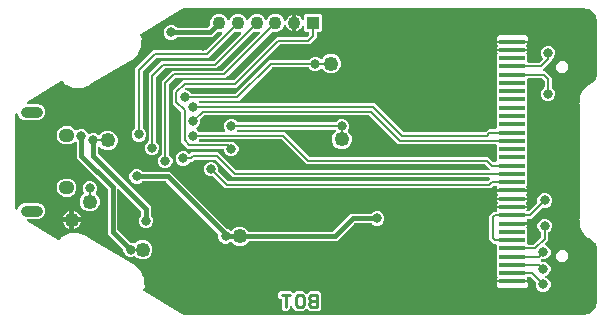
<source format=gbl>
G04 EAGLE Gerber RS-274X export*
G75*
%MOMM*%
%FSLAX34Y34*%
%LPD*%
%INBottom Copper*%
%IPPOS*%
%AMOC8*
5,1,8,0,0,1.08239X$1,22.5*%
G01*
%ADD10C,0.254000*%
%ADD11R,2.200000X0.350000*%
%ADD12R,1.106400X1.106400*%
%ADD13C,1.106400*%
%ADD14C,0.990000*%
%ADD15C,0.950000*%
%ADD16C,1.250000*%
%ADD17C,0.806400*%
%ADD18C,0.203200*%
%ADD19C,0.406400*%

G36*
X484631Y3396D02*
X484631Y3396D01*
X484702Y3397D01*
X489305Y4197D01*
X489352Y4212D01*
X489400Y4218D01*
X489467Y4250D01*
X489576Y4285D01*
X489648Y4333D01*
X489705Y4360D01*
X493081Y6670D01*
X493110Y6696D01*
X493143Y6715D01*
X493195Y6774D01*
X493291Y6862D01*
X493330Y6925D01*
X493367Y6966D01*
X495567Y10450D01*
X495571Y10458D01*
X495576Y10465D01*
X495596Y10515D01*
X495684Y10709D01*
X495689Y10748D01*
X495701Y10777D01*
X496721Y15470D01*
X496731Y15608D01*
X496744Y15685D01*
X496744Y60063D01*
X496704Y60344D01*
X496698Y60358D01*
X496696Y60371D01*
X495484Y64181D01*
X495431Y64291D01*
X495382Y64403D01*
X495370Y64417D01*
X495361Y64437D01*
X495171Y64649D01*
X495166Y64652D01*
X495162Y64657D01*
X491976Y67280D01*
X491918Y67316D01*
X491880Y67351D01*
X489477Y68895D01*
X489385Y68938D01*
X489297Y68987D01*
X489261Y68995D01*
X489219Y69014D01*
X489036Y69042D01*
X488969Y69056D01*
X488800Y69063D01*
X488281Y69626D01*
X488132Y69747D01*
X488084Y69791D01*
X487439Y70206D01*
X487403Y70370D01*
X487368Y70465D01*
X487341Y70562D01*
X487321Y70593D01*
X487304Y70637D01*
X487195Y70785D01*
X487157Y70843D01*
X485556Y72577D01*
X485499Y72623D01*
X485449Y72677D01*
X485398Y72706D01*
X485336Y72757D01*
X485224Y72805D01*
X485157Y72842D01*
X484886Y72941D01*
X484610Y73531D01*
X484455Y73769D01*
X484443Y73779D01*
X484436Y73790D01*
X483995Y74268D01*
X484007Y74557D01*
X483999Y74630D01*
X484002Y74704D01*
X483986Y74761D01*
X483978Y74840D01*
X483933Y74954D01*
X483912Y75027D01*
X482975Y77035D01*
X482938Y77092D01*
X482910Y77153D01*
X482868Y77200D01*
X482820Y77273D01*
X482734Y77347D01*
X482684Y77402D01*
X482439Y77596D01*
X482366Y78220D01*
X482293Y78494D01*
X482282Y78513D01*
X482277Y78530D01*
X482012Y79099D01*
X482119Y79393D01*
X482133Y79460D01*
X482156Y79523D01*
X482159Y79586D01*
X482177Y79671D01*
X482169Y79785D01*
X482173Y79859D01*
X481948Y81772D01*
X481941Y81799D01*
X481940Y81828D01*
X481904Y81937D01*
X481875Y82047D01*
X481861Y82071D01*
X481852Y82098D01*
X481807Y82162D01*
X481758Y82243D01*
X481758Y83323D01*
X481749Y83390D01*
X481751Y83442D01*
X481624Y84520D01*
X481625Y84522D01*
X481683Y84621D01*
X481690Y84648D01*
X481703Y84673D01*
X481716Y84750D01*
X481753Y84896D01*
X481750Y84958D01*
X481758Y85004D01*
X481758Y182204D01*
X481754Y182232D01*
X481757Y182260D01*
X481734Y182372D01*
X481718Y182485D01*
X481707Y182511D01*
X481701Y182539D01*
X481664Y182607D01*
X481625Y182693D01*
X481751Y183766D01*
X481750Y183834D01*
X481758Y183885D01*
X481758Y184971D01*
X481759Y184972D01*
X481828Y185064D01*
X481838Y185090D01*
X481854Y185114D01*
X481876Y185189D01*
X481929Y185329D01*
X481935Y185390D01*
X481948Y185436D01*
X482173Y187349D01*
X482171Y187417D01*
X482180Y187485D01*
X482168Y187547D01*
X482166Y187633D01*
X482132Y187742D01*
X482119Y187815D01*
X482012Y188109D01*
X482277Y188678D01*
X482360Y188950D01*
X482361Y188971D01*
X482366Y188988D01*
X482439Y189612D01*
X482684Y189806D01*
X482731Y189855D01*
X482785Y189897D01*
X482821Y189949D01*
X482881Y190011D01*
X482933Y190112D01*
X482975Y190173D01*
X483912Y192181D01*
X483934Y192251D01*
X483964Y192318D01*
X483972Y192376D01*
X483995Y192453D01*
X483997Y192575D01*
X484007Y192651D01*
X483995Y192940D01*
X484436Y193418D01*
X484598Y193651D01*
X484603Y193666D01*
X484610Y193677D01*
X484886Y194267D01*
X485157Y194366D01*
X485222Y194400D01*
X485291Y194425D01*
X485338Y194462D01*
X485408Y194499D01*
X485496Y194584D01*
X485556Y194631D01*
X487157Y196365D01*
X487214Y196448D01*
X487279Y196526D01*
X487292Y196561D01*
X487319Y196599D01*
X487377Y196774D01*
X487403Y196838D01*
X487439Y197002D01*
X488084Y197417D01*
X488229Y197542D01*
X488281Y197582D01*
X488800Y198145D01*
X488969Y198152D01*
X489068Y198170D01*
X489168Y198180D01*
X489202Y198195D01*
X489248Y198203D01*
X489414Y198285D01*
X489477Y198313D01*
X491880Y199857D01*
X491931Y199902D01*
X491976Y199927D01*
X495162Y202551D01*
X495245Y202641D01*
X495331Y202729D01*
X495339Y202745D01*
X495354Y202761D01*
X495441Y202935D01*
X495448Y202947D01*
X495452Y202958D01*
X495480Y203016D01*
X495482Y203022D01*
X495484Y203027D01*
X496696Y206837D01*
X496744Y207118D01*
X496742Y207133D01*
X496744Y207145D01*
X496744Y251523D01*
X496725Y251660D01*
X496721Y251738D01*
X495701Y256431D01*
X495698Y256440D01*
X495697Y256448D01*
X495677Y256497D01*
X495663Y256533D01*
X495654Y256570D01*
X495643Y256589D01*
X495602Y256698D01*
X495579Y256729D01*
X495567Y256758D01*
X493394Y260199D01*
X493361Y260237D01*
X493336Y260281D01*
X493282Y260331D01*
X493210Y260416D01*
X493136Y260465D01*
X493089Y260508D01*
X489467Y262862D01*
X489437Y262876D01*
X489411Y262896D01*
X489338Y262922D01*
X489210Y262982D01*
X489144Y262992D01*
X489096Y263010D01*
X484694Y263810D01*
X484584Y263814D01*
X484512Y263826D01*
X150372Y263826D01*
X150300Y263816D01*
X150246Y263818D01*
X146967Y263409D01*
X146778Y263357D01*
X146716Y263344D01*
X143716Y262144D01*
X143631Y262095D01*
X143568Y262070D01*
X110196Y241908D01*
X110117Y241844D01*
X110033Y241786D01*
X110008Y241754D01*
X109976Y241728D01*
X109918Y241645D01*
X109853Y241566D01*
X109837Y241528D01*
X109814Y241495D01*
X109782Y241398D01*
X109741Y241304D01*
X109736Y241264D01*
X109723Y241225D01*
X109719Y241123D01*
X109706Y241022D01*
X109713Y240987D01*
X109711Y240941D01*
X109755Y240758D01*
X109767Y240692D01*
X110385Y238993D01*
X110389Y238985D01*
X110391Y238976D01*
X110419Y238929D01*
X110519Y238742D01*
X110546Y238714D01*
X110562Y238687D01*
X110924Y238256D01*
X110891Y237878D01*
X110894Y237826D01*
X110888Y237773D01*
X110901Y237702D01*
X110907Y237594D01*
X110937Y237508D01*
X110949Y237443D01*
X111078Y237087D01*
X110840Y236577D01*
X110837Y236568D01*
X110832Y236561D01*
X110819Y236507D01*
X110757Y236305D01*
X110756Y236266D01*
X110749Y236235D01*
X110389Y232105D01*
X110393Y232037D01*
X110387Y231968D01*
X110400Y231907D01*
X110405Y231821D01*
X110442Y231713D01*
X110458Y231640D01*
X110573Y231353D01*
X110325Y230773D01*
X110250Y230498D01*
X110251Y230478D01*
X110246Y230461D01*
X110192Y229832D01*
X109955Y229633D01*
X109909Y229582D01*
X109856Y229538D01*
X109822Y229486D01*
X109765Y229422D01*
X109715Y229318D01*
X109674Y229256D01*
X108059Y225486D01*
X108058Y225481D01*
X108055Y225477D01*
X108046Y225439D01*
X107985Y225212D01*
X107985Y225177D01*
X107979Y225150D01*
X107943Y224572D01*
X107671Y224332D01*
X107634Y224289D01*
X107591Y224253D01*
X107553Y224194D01*
X107486Y224116D01*
X107446Y224028D01*
X107409Y223971D01*
X107266Y223637D01*
X106729Y223422D01*
X106724Y223419D01*
X106719Y223418D01*
X106685Y223397D01*
X106482Y223281D01*
X106458Y223256D01*
X106434Y223241D01*
X103614Y220752D01*
X103526Y220649D01*
X103437Y220548D01*
X103434Y220542D01*
X103429Y220536D01*
X103312Y220277D01*
X103308Y220256D01*
X103301Y220240D01*
X103298Y220226D01*
X102516Y219760D01*
X102427Y219689D01*
X102364Y219649D01*
X101682Y219048D01*
X101667Y219048D01*
X101532Y219038D01*
X101397Y219029D01*
X101391Y219027D01*
X101384Y219026D01*
X101118Y218926D01*
X101101Y218914D01*
X101084Y218907D01*
X67466Y198879D01*
X67361Y198795D01*
X67256Y198713D01*
X67251Y198707D01*
X67244Y198701D01*
X67081Y198468D01*
X67075Y198450D01*
X67065Y198436D01*
X67056Y198417D01*
X66207Y198108D01*
X66104Y198054D01*
X66034Y198026D01*
X65258Y197564D01*
X65237Y197569D01*
X65105Y197583D01*
X64971Y197600D01*
X64964Y197599D01*
X64955Y197600D01*
X64675Y197551D01*
X64657Y197542D01*
X64641Y197539D01*
X61026Y196225D01*
X60999Y196210D01*
X60969Y196202D01*
X60903Y196159D01*
X60892Y196153D01*
X60825Y196123D01*
X60808Y196108D01*
X60775Y196091D01*
X60729Y196046D01*
X60687Y196019D01*
X60340Y195701D01*
X59868Y195721D01*
X59838Y195719D01*
X59808Y195722D01*
X59730Y195708D01*
X59586Y195694D01*
X59526Y195670D01*
X59477Y195661D01*
X59033Y195500D01*
X58607Y195699D01*
X58577Y195708D01*
X58550Y195723D01*
X58473Y195740D01*
X58335Y195782D01*
X58270Y195783D01*
X58222Y195793D01*
X54010Y195976D01*
X53983Y195974D01*
X53957Y195977D01*
X53880Y195964D01*
X53727Y195949D01*
X53672Y195927D01*
X53626Y195919D01*
X53165Y195755D01*
X52755Y195950D01*
X52722Y195961D01*
X52691Y195978D01*
X52615Y195994D01*
X52484Y196035D01*
X52415Y196037D01*
X52363Y196048D01*
X51910Y196067D01*
X51579Y196428D01*
X51559Y196445D01*
X51542Y196466D01*
X51479Y196511D01*
X51360Y196609D01*
X51305Y196632D01*
X51267Y196659D01*
X47385Y198508D01*
X47360Y198515D01*
X47338Y198528D01*
X47263Y198546D01*
X47113Y198593D01*
X47055Y198594D01*
X47011Y198604D01*
X46518Y198635D01*
X46221Y198971D01*
X46194Y198995D01*
X46171Y199024D01*
X46107Y199069D01*
X46005Y199156D01*
X45940Y199186D01*
X45896Y199216D01*
X45492Y199409D01*
X45326Y199875D01*
X45314Y199898D01*
X45308Y199922D01*
X45267Y199988D01*
X45195Y200127D01*
X45155Y200169D01*
X45131Y200207D01*
X44132Y201339D01*
X44050Y201409D01*
X43973Y201485D01*
X43942Y201501D01*
X43916Y201524D01*
X43818Y201568D01*
X43722Y201620D01*
X43689Y201627D01*
X43657Y201641D01*
X43550Y201657D01*
X43445Y201680D01*
X43410Y201678D01*
X43376Y201683D01*
X43269Y201668D01*
X43161Y201661D01*
X43132Y201649D01*
X43094Y201644D01*
X42897Y201557D01*
X42848Y201538D01*
X14073Y184273D01*
X14064Y184266D01*
X14054Y184261D01*
X13954Y184177D01*
X13852Y184094D01*
X13846Y184085D01*
X13837Y184077D01*
X13764Y183968D01*
X13689Y183860D01*
X13686Y183850D01*
X13680Y183841D01*
X13640Y183715D01*
X13598Y183591D01*
X13597Y183580D01*
X13594Y183570D01*
X13590Y183438D01*
X13584Y183307D01*
X13587Y183297D01*
X13587Y183286D01*
X13620Y183158D01*
X13650Y183031D01*
X13656Y183021D01*
X13658Y183011D01*
X13725Y182898D01*
X13790Y182783D01*
X13798Y182776D01*
X13804Y182766D01*
X13900Y182676D01*
X13993Y182584D01*
X14003Y182579D01*
X14011Y182572D01*
X14128Y182512D01*
X14244Y182450D01*
X14254Y182447D01*
X14264Y182442D01*
X14323Y182432D01*
X14521Y182389D01*
X14562Y182392D01*
X14595Y182387D01*
X23625Y182387D01*
X26118Y181354D01*
X28026Y179446D01*
X29059Y176953D01*
X29059Y173755D01*
X28026Y171262D01*
X26118Y169354D01*
X23625Y168321D01*
X11427Y168321D01*
X8934Y169354D01*
X7026Y171262D01*
X6005Y173726D01*
X5948Y173822D01*
X5897Y173922D01*
X5876Y173945D01*
X5861Y173971D01*
X5779Y174048D01*
X5703Y174129D01*
X5676Y174145D01*
X5654Y174166D01*
X5554Y174217D01*
X5458Y174274D01*
X5429Y174282D01*
X5401Y174296D01*
X5291Y174318D01*
X5183Y174346D01*
X5152Y174345D01*
X5122Y174351D01*
X5011Y174342D01*
X4899Y174339D01*
X4870Y174329D01*
X4839Y174327D01*
X4735Y174287D01*
X4628Y174253D01*
X4602Y174236D01*
X4574Y174225D01*
X4485Y174157D01*
X4391Y174095D01*
X4372Y174072D01*
X4347Y174053D01*
X4280Y173964D01*
X4208Y173878D01*
X4197Y173853D01*
X4177Y173826D01*
X4092Y173600D01*
X4079Y173568D01*
X3408Y170696D01*
X3395Y170542D01*
X3382Y170465D01*
X3382Y96505D01*
X3405Y96343D01*
X3410Y96267D01*
X4059Y93580D01*
X4098Y93479D01*
X4131Y93376D01*
X4151Y93348D01*
X4163Y93316D01*
X4229Y93230D01*
X4290Y93140D01*
X4316Y93118D01*
X4337Y93091D01*
X4424Y93027D01*
X4507Y92957D01*
X4539Y92943D01*
X4567Y92923D01*
X4668Y92886D01*
X4767Y92842D01*
X4801Y92837D01*
X4834Y92825D01*
X4942Y92818D01*
X5049Y92803D01*
X5083Y92808D01*
X5117Y92805D01*
X5223Y92828D01*
X5330Y92844D01*
X5361Y92858D01*
X5395Y92865D01*
X5491Y92916D01*
X5589Y92961D01*
X5615Y92983D01*
X5646Y92999D01*
X5723Y93075D01*
X5806Y93145D01*
X5822Y93171D01*
X5849Y93198D01*
X5956Y93385D01*
X5983Y93430D01*
X7026Y95946D01*
X8934Y97854D01*
X11427Y98887D01*
X23625Y98887D01*
X26118Y97854D01*
X28026Y95946D01*
X29059Y93453D01*
X29059Y90255D01*
X28026Y87762D01*
X26118Y85854D01*
X23625Y84821D01*
X14595Y84821D01*
X14584Y84820D01*
X14573Y84821D01*
X14443Y84800D01*
X14314Y84781D01*
X14304Y84777D01*
X14293Y84775D01*
X14174Y84719D01*
X14054Y84665D01*
X14046Y84658D01*
X14036Y84653D01*
X13937Y84566D01*
X13837Y84482D01*
X13831Y84472D01*
X13823Y84465D01*
X13753Y84355D01*
X13680Y84245D01*
X13676Y84234D01*
X13670Y84225D01*
X13634Y84099D01*
X13594Y83974D01*
X13594Y83963D01*
X13590Y83952D01*
X13590Y83821D01*
X13587Y83690D01*
X13589Y83679D01*
X13589Y83668D01*
X13625Y83541D01*
X13658Y83415D01*
X13664Y83405D01*
X13667Y83395D01*
X13737Y83282D01*
X13804Y83170D01*
X13812Y83163D01*
X13817Y83153D01*
X13863Y83114D01*
X14011Y82976D01*
X14048Y82957D01*
X14073Y82935D01*
X40308Y67194D01*
X40408Y67152D01*
X40505Y67103D01*
X40539Y67097D01*
X40570Y67083D01*
X40678Y67071D01*
X40784Y67050D01*
X40818Y67054D01*
X40853Y67050D01*
X40960Y67067D01*
X41067Y67077D01*
X41099Y67090D01*
X41133Y67095D01*
X41231Y67142D01*
X41331Y67181D01*
X41355Y67201D01*
X41390Y67217D01*
X41551Y67360D01*
X41592Y67393D01*
X42591Y68525D01*
X42605Y68546D01*
X42623Y68563D01*
X42661Y68631D01*
X42747Y68762D01*
X42764Y68817D01*
X42786Y68857D01*
X42952Y69323D01*
X43356Y69516D01*
X43387Y69536D01*
X43421Y69549D01*
X43481Y69598D01*
X43593Y69673D01*
X43640Y69727D01*
X43681Y69761D01*
X43978Y70097D01*
X44471Y70128D01*
X44496Y70133D01*
X44522Y70132D01*
X44596Y70153D01*
X44750Y70185D01*
X44801Y70212D01*
X44845Y70224D01*
X48727Y72073D01*
X48750Y72088D01*
X48775Y72097D01*
X48836Y72145D01*
X48964Y72230D01*
X49003Y72276D01*
X49039Y72304D01*
X49370Y72665D01*
X49823Y72684D01*
X49858Y72691D01*
X49893Y72690D01*
X49968Y72711D01*
X50103Y72736D01*
X50165Y72767D01*
X50215Y72782D01*
X50625Y72977D01*
X51086Y72813D01*
X51112Y72808D01*
X51136Y72797D01*
X51214Y72787D01*
X51365Y72757D01*
X51424Y72761D01*
X51470Y72756D01*
X55682Y72939D01*
X55712Y72945D01*
X55744Y72943D01*
X55819Y72964D01*
X55961Y72991D01*
X56019Y73020D01*
X56067Y73033D01*
X56493Y73232D01*
X56937Y73071D01*
X56967Y73064D01*
X56995Y73052D01*
X57073Y73042D01*
X57216Y73012D01*
X57280Y73017D01*
X57328Y73011D01*
X57800Y73031D01*
X58147Y72713D01*
X58173Y72696D01*
X58194Y72673D01*
X58262Y72634D01*
X58382Y72552D01*
X58443Y72532D01*
X58486Y72507D01*
X62102Y71193D01*
X62233Y71165D01*
X62363Y71135D01*
X62371Y71136D01*
X62380Y71134D01*
X62664Y71155D01*
X62682Y71161D01*
X62698Y71163D01*
X62719Y71168D01*
X63495Y70705D01*
X63602Y70660D01*
X63668Y70623D01*
X64516Y70315D01*
X64526Y70295D01*
X64599Y70182D01*
X64670Y70069D01*
X64676Y70064D01*
X64681Y70057D01*
X64896Y69871D01*
X64914Y69863D01*
X64926Y69852D01*
X103687Y46740D01*
X103797Y46693D01*
X103905Y46642D01*
X103926Y46640D01*
X103949Y46630D01*
X104232Y46597D01*
X104235Y46597D01*
X104238Y46597D01*
X104324Y46600D01*
X104938Y46022D01*
X105054Y45940D01*
X105114Y45889D01*
X105839Y45457D01*
X105860Y45373D01*
X105905Y45263D01*
X105945Y45150D01*
X105958Y45134D01*
X105967Y45110D01*
X106144Y44887D01*
X106146Y44885D01*
X106148Y44883D01*
X108952Y42244D01*
X108986Y42220D01*
X109015Y42190D01*
X109068Y42160D01*
X109083Y42146D01*
X109111Y42132D01*
X109184Y42080D01*
X109258Y42055D01*
X109308Y42027D01*
X109709Y41884D01*
X109931Y41417D01*
X109942Y41401D01*
X109949Y41382D01*
X109994Y41323D01*
X110088Y41180D01*
X110128Y41147D01*
X110152Y41114D01*
X110529Y40760D01*
X110542Y40335D01*
X110549Y40294D01*
X110548Y40252D01*
X110569Y40178D01*
X110590Y40055D01*
X110624Y39985D01*
X110640Y39929D01*
X112459Y36109D01*
X112474Y36086D01*
X112483Y36061D01*
X112531Y36000D01*
X112616Y35872D01*
X112661Y35833D01*
X112690Y35797D01*
X113051Y35466D01*
X113070Y35013D01*
X113077Y34978D01*
X113076Y34943D01*
X113097Y34868D01*
X113122Y34733D01*
X113153Y34671D01*
X113168Y34621D01*
X113363Y34211D01*
X113199Y33750D01*
X113194Y33724D01*
X113183Y33700D01*
X113173Y33622D01*
X113143Y33471D01*
X113147Y33412D01*
X113142Y33366D01*
X113326Y29122D01*
X113331Y29099D01*
X113329Y29075D01*
X113349Y29001D01*
X113378Y28842D01*
X113403Y28792D01*
X113414Y28750D01*
X113620Y28291D01*
X113464Y27880D01*
X113455Y27843D01*
X113439Y27808D01*
X113429Y27731D01*
X113400Y27603D01*
X113405Y27530D01*
X113398Y27475D01*
X113417Y27036D01*
X113077Y26665D01*
X113064Y26645D01*
X113046Y26630D01*
X113008Y26564D01*
X112916Y26430D01*
X112899Y26378D01*
X112877Y26340D01*
X112358Y24978D01*
X112334Y24871D01*
X112302Y24766D01*
X112302Y24733D01*
X112295Y24701D01*
X112301Y24591D01*
X112300Y24482D01*
X112309Y24450D01*
X112311Y24417D01*
X112348Y24314D01*
X112377Y24208D01*
X112395Y24180D01*
X112406Y24149D01*
X112469Y24060D01*
X112527Y23967D01*
X112549Y23947D01*
X112571Y23917D01*
X112746Y23778D01*
X112781Y23748D01*
X143568Y5138D01*
X143658Y5100D01*
X143716Y5064D01*
X146716Y3864D01*
X146906Y3818D01*
X146967Y3799D01*
X150246Y3390D01*
X150318Y3391D01*
X150372Y3382D01*
X484528Y3382D01*
X484631Y3396D01*
G37*
%LPC*%
G36*
X449898Y23399D02*
X449898Y23399D01*
X447669Y24323D01*
X445963Y26029D01*
X445039Y28258D01*
X445039Y30797D01*
X445031Y30854D01*
X445033Y30910D01*
X445025Y30938D01*
X445024Y30971D01*
X445007Y31023D01*
X444999Y31078D01*
X444974Y31136D01*
X444961Y31185D01*
X444948Y31206D01*
X444937Y31241D01*
X444909Y31280D01*
X444883Y31338D01*
X444839Y31390D01*
X444816Y31429D01*
X444777Y31466D01*
X444742Y31515D01*
X440499Y35758D01*
X440429Y35810D01*
X440365Y35870D01*
X440315Y35896D01*
X440271Y35929D01*
X440190Y35960D01*
X440112Y36000D01*
X440064Y36008D01*
X440006Y36030D01*
X439858Y36042D01*
X439781Y36055D01*
X437754Y36055D01*
X437640Y36039D01*
X437526Y36029D01*
X437500Y36019D01*
X437472Y36015D01*
X437368Y35968D01*
X437261Y35927D01*
X437238Y35911D01*
X437213Y35899D01*
X437125Y35825D01*
X437034Y35756D01*
X437017Y35733D01*
X436996Y35716D01*
X436932Y35620D01*
X436864Y35528D01*
X436854Y35502D01*
X436838Y35479D01*
X436804Y35369D01*
X436763Y35262D01*
X436761Y35234D01*
X436753Y35208D01*
X436750Y35093D01*
X436741Y34979D01*
X436746Y34954D01*
X436745Y34924D01*
X436812Y34667D01*
X436816Y34651D01*
X437021Y34157D01*
X437021Y32487D01*
X436999Y32445D01*
X436981Y32357D01*
X436954Y32272D01*
X436953Y32218D01*
X436942Y32166D01*
X436949Y32077D01*
X436947Y31988D01*
X436960Y31936D01*
X436964Y31883D01*
X436996Y31799D01*
X437018Y31713D01*
X437046Y31667D01*
X437065Y31617D01*
X437109Y31560D01*
X437164Y31468D01*
X437231Y31405D01*
X437272Y31353D01*
X437273Y31353D01*
X437296Y31337D01*
X437318Y31305D01*
X437897Y30727D01*
X437897Y28201D01*
X436111Y26415D01*
X413265Y26415D01*
X411479Y28201D01*
X411479Y30727D01*
X411674Y30921D01*
X411726Y30991D01*
X411786Y31055D01*
X411812Y31105D01*
X411845Y31149D01*
X411864Y31198D01*
X411877Y31207D01*
X411961Y31245D01*
X412043Y31314D01*
X412103Y31353D01*
X412104Y31353D01*
X412138Y31394D01*
X412178Y31428D01*
X412179Y31429D01*
X412228Y31503D01*
X412285Y31572D01*
X412307Y31621D01*
X412336Y31665D01*
X412363Y31751D01*
X412399Y31832D01*
X412406Y31885D01*
X412422Y31936D01*
X412424Y32026D01*
X412436Y32114D01*
X412428Y32167D01*
X412429Y32220D01*
X412407Y32307D01*
X412393Y32395D01*
X412371Y32444D01*
X412358Y32496D01*
X412312Y32572D01*
X412275Y32653D01*
X412240Y32694D01*
X412212Y32740D01*
X412147Y32801D01*
X412089Y32869D01*
X412044Y32898D01*
X412005Y32934D01*
X411971Y32952D01*
X411971Y34157D01*
X412253Y34836D01*
X412253Y34838D01*
X412254Y34839D01*
X412287Y34971D01*
X412324Y35112D01*
X412323Y35113D01*
X412324Y35115D01*
X412319Y35256D01*
X412315Y35396D01*
X412315Y35397D01*
X412315Y35399D01*
X412272Y35530D01*
X412229Y35667D01*
X412228Y35668D01*
X412227Y35669D01*
X412218Y35682D01*
X412070Y35903D01*
X412047Y35922D01*
X412032Y35943D01*
X411463Y36512D01*
X411463Y41696D01*
X411653Y41886D01*
X411689Y41933D01*
X411731Y41973D01*
X411774Y42046D01*
X411824Y42113D01*
X411845Y42168D01*
X411875Y42218D01*
X411895Y42300D01*
X411926Y42379D01*
X411930Y42437D01*
X411945Y42494D01*
X411942Y42578D01*
X411949Y42662D01*
X411938Y42720D01*
X411936Y42778D01*
X411910Y42858D01*
X411893Y42941D01*
X411866Y42993D01*
X411848Y43049D01*
X411808Y43105D01*
X411762Y43193D01*
X411693Y43266D01*
X411653Y43322D01*
X411463Y43512D01*
X411463Y48696D01*
X411653Y48886D01*
X411689Y48933D01*
X411731Y48973D01*
X411774Y49046D01*
X411824Y49113D01*
X411845Y49168D01*
X411875Y49218D01*
X411895Y49300D01*
X411926Y49379D01*
X411930Y49437D01*
X411945Y49494D01*
X411942Y49578D01*
X411949Y49662D01*
X411938Y49720D01*
X411936Y49778D01*
X411910Y49858D01*
X411893Y49941D01*
X411866Y49993D01*
X411848Y50049D01*
X411808Y50105D01*
X411762Y50193D01*
X411693Y50266D01*
X411653Y50322D01*
X411463Y50512D01*
X411463Y55696D01*
X411653Y55886D01*
X411689Y55933D01*
X411731Y55973D01*
X411774Y56046D01*
X411824Y56113D01*
X411845Y56168D01*
X411875Y56218D01*
X411895Y56300D01*
X411926Y56379D01*
X411930Y56437D01*
X411945Y56494D01*
X411942Y56578D01*
X411949Y56662D01*
X411938Y56720D01*
X411936Y56778D01*
X411910Y56858D01*
X411893Y56941D01*
X411866Y56993D01*
X411848Y57049D01*
X411808Y57105D01*
X411762Y57193D01*
X411693Y57266D01*
X411653Y57322D01*
X411463Y57512D01*
X411463Y63040D01*
X411455Y63098D01*
X411457Y63156D01*
X411435Y63238D01*
X411423Y63322D01*
X411400Y63375D01*
X411385Y63431D01*
X411342Y63504D01*
X411307Y63581D01*
X411269Y63626D01*
X411240Y63676D01*
X411178Y63734D01*
X411124Y63798D01*
X411075Y63830D01*
X411032Y63870D01*
X410957Y63909D01*
X410887Y63956D01*
X410831Y63973D01*
X410779Y64000D01*
X410711Y64011D01*
X410616Y64041D01*
X410516Y64044D01*
X410448Y64055D01*
X409153Y64055D01*
X405383Y67825D01*
X405383Y87623D01*
X408913Y91153D01*
X411238Y91153D01*
X411352Y91169D01*
X411466Y91179D01*
X411492Y91189D01*
X411520Y91193D01*
X411624Y91240D01*
X411731Y91281D01*
X411754Y91297D01*
X411779Y91309D01*
X411867Y91383D01*
X411958Y91452D01*
X411975Y91475D01*
X411996Y91492D01*
X412060Y91588D01*
X412128Y91680D01*
X412138Y91706D01*
X412154Y91729D01*
X412188Y91839D01*
X412229Y91946D01*
X412231Y91974D01*
X412239Y92000D01*
X412242Y92115D01*
X412251Y92229D01*
X412246Y92254D01*
X412247Y92284D01*
X412180Y92541D01*
X412176Y92557D01*
X411971Y93051D01*
X411971Y94089D01*
X416293Y94089D01*
X416322Y94093D01*
X416351Y94090D01*
X416462Y94113D01*
X416574Y94128D01*
X416601Y94140D01*
X416630Y94146D01*
X416730Y94198D01*
X416834Y94245D01*
X416856Y94264D01*
X416882Y94277D01*
X416964Y94355D01*
X417051Y94428D01*
X417067Y94453D01*
X417088Y94473D01*
X417146Y94571D01*
X417208Y94665D01*
X417217Y94693D01*
X417232Y94718D01*
X417260Y94828D01*
X417294Y94936D01*
X417295Y94965D01*
X417302Y94994D01*
X417299Y95107D01*
X417301Y95220D01*
X417294Y95249D01*
X417293Y95278D01*
X417258Y95386D01*
X417230Y95495D01*
X417215Y95520D01*
X417206Y95548D01*
X417160Y95612D01*
X417084Y95740D01*
X417039Y95783D01*
X417011Y95822D01*
X417010Y95822D01*
X416941Y95874D01*
X416877Y95934D01*
X416827Y95960D01*
X416783Y95993D01*
X416702Y96024D01*
X416624Y96064D01*
X416576Y96072D01*
X416518Y96094D01*
X416370Y96106D01*
X416293Y96119D01*
X411971Y96119D01*
X411971Y97157D01*
X412203Y97718D01*
X412372Y97886D01*
X412407Y97933D01*
X412449Y97973D01*
X412492Y98046D01*
X412543Y98113D01*
X412563Y98168D01*
X412593Y98218D01*
X412614Y98300D01*
X412644Y98379D01*
X412649Y98437D01*
X412663Y98494D01*
X412660Y98578D01*
X412668Y98662D01*
X412656Y98720D01*
X412654Y98778D01*
X412628Y98858D01*
X412612Y98941D01*
X412585Y98993D01*
X412567Y99049D01*
X412527Y99105D01*
X412481Y99193D01*
X412412Y99266D01*
X412372Y99322D01*
X412203Y99490D01*
X411971Y100051D01*
X411971Y101089D01*
X415389Y101089D01*
X415418Y101093D01*
X415447Y101090D01*
X415558Y101113D01*
X415670Y101128D01*
X415697Y101140D01*
X415726Y101146D01*
X415826Y101198D01*
X415930Y101245D01*
X415952Y101264D01*
X415978Y101277D01*
X416060Y101355D01*
X416147Y101428D01*
X416163Y101453D01*
X416184Y101473D01*
X416242Y101571D01*
X416304Y101665D01*
X416313Y101693D01*
X416328Y101718D01*
X416356Y101828D01*
X416390Y101936D01*
X416391Y101965D01*
X416398Y101994D01*
X416395Y102107D01*
X416397Y102220D01*
X416390Y102249D01*
X416389Y102278D01*
X416354Y102386D01*
X416326Y102495D01*
X416311Y102520D01*
X416302Y102548D01*
X416256Y102612D01*
X416180Y102740D01*
X416135Y102783D01*
X416107Y102822D01*
X416106Y102822D01*
X416037Y102874D01*
X415973Y102934D01*
X415923Y102960D01*
X415879Y102993D01*
X415798Y103024D01*
X415720Y103064D01*
X415672Y103072D01*
X415614Y103094D01*
X415466Y103106D01*
X415389Y103119D01*
X411971Y103119D01*
X411971Y104157D01*
X412203Y104718D01*
X412372Y104886D01*
X412407Y104933D01*
X412449Y104973D01*
X412492Y105046D01*
X412543Y105113D01*
X412564Y105168D01*
X412593Y105218D01*
X412614Y105300D01*
X412644Y105379D01*
X412649Y105437D01*
X412663Y105494D01*
X412661Y105578D01*
X412667Y105662D01*
X412656Y105720D01*
X412654Y105778D01*
X412628Y105858D01*
X412612Y105941D01*
X412585Y105993D01*
X412567Y106049D01*
X412527Y106105D01*
X412481Y106193D01*
X412412Y106266D01*
X412372Y106322D01*
X412203Y106490D01*
X411971Y107051D01*
X411971Y108089D01*
X415268Y108089D01*
X415331Y108097D01*
X415395Y108096D01*
X415471Y108117D01*
X415550Y108128D01*
X415608Y108154D01*
X415669Y108171D01*
X415725Y108207D01*
X415809Y108245D01*
X415891Y108314D01*
X415951Y108353D01*
X415952Y108353D01*
X415986Y108394D01*
X416026Y108428D01*
X416027Y108429D01*
X416076Y108503D01*
X416133Y108572D01*
X416155Y108621D01*
X416184Y108665D01*
X416211Y108751D01*
X416247Y108832D01*
X416254Y108885D01*
X416270Y108936D01*
X416272Y109026D01*
X416284Y109114D01*
X416276Y109167D01*
X416277Y109220D01*
X416255Y109307D01*
X416241Y109395D01*
X416219Y109444D01*
X416206Y109496D01*
X416160Y109572D01*
X416123Y109653D01*
X416088Y109694D01*
X416060Y109740D01*
X415995Y109801D01*
X415937Y109869D01*
X415892Y109898D01*
X415853Y109934D01*
X415773Y109975D01*
X415699Y110024D01*
X415648Y110040D01*
X415600Y110064D01*
X415529Y110076D01*
X415427Y110107D01*
X415334Y110108D01*
X415269Y110119D01*
X411971Y110119D01*
X411971Y111157D01*
X412176Y111651D01*
X412205Y111763D01*
X412239Y111872D01*
X412240Y111900D01*
X412247Y111927D01*
X412244Y112041D01*
X412247Y112156D01*
X412240Y112183D01*
X412239Y112211D01*
X412204Y112320D01*
X412175Y112431D01*
X412161Y112455D01*
X412152Y112482D01*
X412088Y112577D01*
X412030Y112676D01*
X412009Y112695D01*
X411994Y112718D01*
X411906Y112792D01*
X411822Y112870D01*
X411797Y112883D01*
X411776Y112901D01*
X411671Y112947D01*
X411569Y113000D01*
X411544Y113004D01*
X411516Y113016D01*
X411253Y113053D01*
X411238Y113055D01*
X409379Y113055D01*
X409293Y113043D01*
X409205Y113040D01*
X409153Y113023D01*
X409098Y113015D01*
X409018Y112980D01*
X408935Y112953D01*
X408896Y112925D01*
X408838Y112899D01*
X408725Y112803D01*
X408661Y112758D01*
X406647Y110743D01*
X181617Y110743D01*
X171723Y120638D01*
X171653Y120690D01*
X171589Y120750D01*
X171539Y120776D01*
X171495Y120809D01*
X171414Y120840D01*
X171336Y120880D01*
X171288Y120888D01*
X171230Y120910D01*
X171082Y120922D01*
X171005Y120935D01*
X168466Y120935D01*
X166237Y121859D01*
X164531Y123565D01*
X163607Y125794D01*
X163607Y128206D01*
X164531Y130435D01*
X166237Y132141D01*
X168466Y133065D01*
X170878Y133065D01*
X173107Y132141D01*
X174813Y130435D01*
X175737Y128206D01*
X175737Y125667D01*
X175749Y125581D01*
X175752Y125493D01*
X175769Y125441D01*
X175777Y125386D01*
X175812Y125306D01*
X175839Y125223D01*
X175867Y125184D01*
X175893Y125126D01*
X175989Y125013D01*
X176034Y124949D01*
X183845Y117138D01*
X183915Y117086D01*
X183979Y117026D01*
X184029Y117000D01*
X184073Y116967D01*
X184154Y116936D01*
X184232Y116896D01*
X184280Y116888D01*
X184338Y116866D01*
X184486Y116854D01*
X184563Y116841D01*
X403701Y116841D01*
X403787Y116853D01*
X403875Y116856D01*
X403927Y116873D01*
X403982Y116881D01*
X404062Y116916D01*
X404145Y116943D01*
X404184Y116971D01*
X404242Y116997D01*
X404355Y117093D01*
X404419Y117138D01*
X405603Y118322D01*
X405620Y118346D01*
X405643Y118365D01*
X405706Y118459D01*
X405773Y118549D01*
X405784Y118577D01*
X405800Y118601D01*
X405834Y118709D01*
X405875Y118815D01*
X405877Y118844D01*
X405886Y118872D01*
X405889Y118986D01*
X405898Y119098D01*
X405893Y119127D01*
X405893Y119156D01*
X405865Y119266D01*
X405842Y119377D01*
X405829Y119403D01*
X405821Y119431D01*
X405764Y119529D01*
X405711Y119629D01*
X405691Y119651D01*
X405676Y119676D01*
X405594Y119753D01*
X405516Y119835D01*
X405490Y119850D01*
X405469Y119870D01*
X405368Y119922D01*
X405270Y119979D01*
X405242Y119986D01*
X405216Y120000D01*
X405138Y120013D01*
X404995Y120049D01*
X404932Y120047D01*
X404885Y120055D01*
X188561Y120055D01*
X173787Y134830D01*
X173717Y134882D01*
X173653Y134942D01*
X173603Y134968D01*
X173559Y135001D01*
X173478Y135032D01*
X173400Y135072D01*
X173352Y135080D01*
X173294Y135102D01*
X173146Y135114D01*
X173069Y135127D01*
X156115Y135127D01*
X156029Y135115D01*
X155941Y135112D01*
X155889Y135095D01*
X155834Y135087D01*
X155754Y135052D01*
X155671Y135025D01*
X155632Y134997D01*
X155574Y134971D01*
X155461Y134875D01*
X155397Y134830D01*
X153663Y133095D01*
X152253Y133095D01*
X152166Y133083D01*
X152079Y133080D01*
X152026Y133063D01*
X151971Y133055D01*
X151891Y133020D01*
X151808Y132993D01*
X151769Y132965D01*
X151712Y132939D01*
X151598Y132843D01*
X151535Y132798D01*
X149739Y131003D01*
X147510Y130079D01*
X145098Y130079D01*
X142869Y131003D01*
X141163Y132709D01*
X140239Y134938D01*
X140239Y137350D01*
X141163Y139579D01*
X142869Y141285D01*
X145098Y142209D01*
X147510Y142209D01*
X149739Y141285D01*
X150767Y140258D01*
X150813Y140223D01*
X150854Y140181D01*
X150927Y140138D01*
X150994Y140087D01*
X151049Y140066D01*
X151099Y140037D01*
X151181Y140016D01*
X151260Y139986D01*
X151318Y139981D01*
X151375Y139967D01*
X151459Y139969D01*
X151543Y139962D01*
X151600Y139974D01*
X151659Y139976D01*
X151739Y140002D01*
X151822Y140018D01*
X151874Y140045D01*
X151929Y140063D01*
X151986Y140103D01*
X152074Y140149D01*
X152146Y140218D01*
X152203Y140258D01*
X153169Y141225D01*
X176015Y141225D01*
X190789Y126450D01*
X190859Y126398D01*
X190923Y126338D01*
X190973Y126312D01*
X191017Y126279D01*
X191098Y126248D01*
X191176Y126208D01*
X191224Y126200D01*
X191282Y126178D01*
X191430Y126166D01*
X191507Y126153D01*
X404549Y126153D01*
X404578Y126157D01*
X404607Y126154D01*
X404718Y126177D01*
X404830Y126193D01*
X404857Y126205D01*
X404886Y126210D01*
X404986Y126263D01*
X405090Y126309D01*
X405112Y126328D01*
X405138Y126341D01*
X405220Y126419D01*
X405307Y126492D01*
X405323Y126517D01*
X405344Y126537D01*
X405401Y126635D01*
X405464Y126729D01*
X405473Y126757D01*
X405488Y126782D01*
X405516Y126892D01*
X405550Y127000D01*
X405551Y127030D01*
X405558Y127058D01*
X405554Y127171D01*
X405557Y127284D01*
X405550Y127313D01*
X405549Y127342D01*
X405514Y127450D01*
X405485Y127559D01*
X405470Y127585D01*
X405461Y127613D01*
X405416Y127676D01*
X405340Y127804D01*
X405295Y127847D01*
X405267Y127886D01*
X402331Y130822D01*
X402261Y130874D01*
X402197Y130934D01*
X402147Y130960D01*
X402103Y130993D01*
X402022Y131024D01*
X401944Y131064D01*
X401896Y131072D01*
X401838Y131094D01*
X401690Y131106D01*
X401613Y131119D01*
X250793Y131119D01*
X229811Y152102D01*
X229741Y152154D01*
X229677Y152214D01*
X229627Y152240D01*
X229583Y152273D01*
X229502Y152304D01*
X229424Y152344D01*
X229376Y152352D01*
X229318Y152374D01*
X229170Y152386D01*
X229093Y152399D01*
X160381Y152399D01*
X160314Y152390D01*
X160248Y152391D01*
X160187Y152372D01*
X160099Y152359D01*
X159997Y152314D01*
X159927Y152292D01*
X159885Y152264D01*
X159840Y152243D01*
X159769Y152183D01*
X159693Y152131D01*
X159661Y152092D01*
X159623Y152059D01*
X159571Y151982D01*
X159513Y151911D01*
X159493Y151865D01*
X159465Y151823D01*
X159437Y151734D01*
X159401Y151649D01*
X159394Y151600D01*
X159379Y151552D01*
X159377Y151459D01*
X159365Y151367D01*
X159373Y151318D01*
X159372Y151268D01*
X159395Y151178D01*
X159410Y151086D01*
X159431Y151041D01*
X159444Y150993D01*
X159491Y150913D01*
X159530Y150829D01*
X159563Y150791D01*
X159589Y150748D01*
X159657Y150685D01*
X159718Y150615D01*
X159760Y150588D01*
X159796Y150554D01*
X159879Y150511D01*
X159957Y150461D01*
X160005Y150447D01*
X160049Y150424D01*
X160122Y150412D01*
X160229Y150380D01*
X160318Y150379D01*
X160381Y150369D01*
X185369Y150369D01*
X185386Y150362D01*
X185534Y150350D01*
X185611Y150337D01*
X188150Y150337D01*
X190379Y149413D01*
X192085Y147707D01*
X193009Y145478D01*
X193009Y143066D01*
X192085Y140837D01*
X190379Y139131D01*
X188150Y138207D01*
X185738Y138207D01*
X183509Y139131D01*
X181803Y140837D01*
X180879Y143066D01*
X180879Y143256D01*
X180871Y143314D01*
X180873Y143372D01*
X180851Y143454D01*
X180839Y143538D01*
X180816Y143591D01*
X180801Y143647D01*
X180758Y143720D01*
X180723Y143797D01*
X180685Y143842D01*
X180656Y143892D01*
X180594Y143950D01*
X180540Y144014D01*
X180491Y144046D01*
X180448Y144086D01*
X180373Y144125D01*
X180303Y144172D01*
X180247Y144189D01*
X180195Y144216D01*
X180127Y144227D01*
X180032Y144257D01*
X179932Y144260D01*
X179864Y144271D01*
X150121Y144271D01*
X144271Y150121D01*
X144271Y175101D01*
X144259Y175187D01*
X144256Y175275D01*
X144239Y175327D01*
X144231Y175382D01*
X144196Y175462D01*
X144169Y175545D01*
X144141Y175584D01*
X144115Y175642D01*
X144019Y175755D01*
X143974Y175819D01*
X137159Y182633D01*
X137159Y193287D01*
X146057Y202185D01*
X188309Y202185D01*
X188395Y202197D01*
X188483Y202200D01*
X188535Y202217D01*
X188590Y202225D01*
X188670Y202260D01*
X188753Y202287D01*
X188792Y202315D01*
X188850Y202341D01*
X188963Y202437D01*
X189027Y202482D01*
X225305Y238761D01*
X250285Y238761D01*
X250371Y238773D01*
X250459Y238776D01*
X250511Y238793D01*
X250566Y238801D01*
X250646Y238836D01*
X250729Y238863D01*
X250768Y238891D01*
X250826Y238917D01*
X250939Y239013D01*
X251003Y239058D01*
X252686Y240741D01*
X252738Y240811D01*
X252798Y240875D01*
X252824Y240925D01*
X252857Y240969D01*
X252888Y241050D01*
X252928Y241128D01*
X252936Y241176D01*
X252958Y241234D01*
X252970Y241382D01*
X252983Y241459D01*
X252983Y242372D01*
X252975Y242430D01*
X252977Y242488D01*
X252955Y242570D01*
X252943Y242654D01*
X252920Y242707D01*
X252905Y242763D01*
X252862Y242836D01*
X252827Y242913D01*
X252789Y242958D01*
X252760Y243008D01*
X252698Y243066D01*
X252644Y243130D01*
X252595Y243162D01*
X252552Y243202D01*
X252477Y243241D01*
X252407Y243288D01*
X252351Y243305D01*
X252299Y243332D01*
X252231Y243343D01*
X252136Y243373D01*
X252036Y243376D01*
X251968Y243387D01*
X249658Y243387D01*
X248467Y244578D01*
X248467Y247471D01*
X248455Y247556D01*
X248453Y247642D01*
X248435Y247696D01*
X248427Y247752D01*
X248392Y247830D01*
X248366Y247912D01*
X248334Y247960D01*
X248311Y248012D01*
X248256Y248077D01*
X248208Y248148D01*
X248164Y248185D01*
X248128Y248229D01*
X248056Y248276D01*
X247990Y248331D01*
X247938Y248355D01*
X247891Y248386D01*
X247809Y248412D01*
X247730Y248447D01*
X247674Y248455D01*
X247620Y248472D01*
X247534Y248474D01*
X247449Y248486D01*
X247393Y248478D01*
X247336Y248479D01*
X247253Y248458D01*
X247167Y248445D01*
X247116Y248422D01*
X247061Y248407D01*
X246987Y248364D01*
X246908Y248328D01*
X246865Y248291D01*
X246816Y248262D01*
X246757Y248199D01*
X246692Y248144D01*
X246666Y248102D01*
X246622Y248055D01*
X246556Y247926D01*
X246514Y247859D01*
X246411Y247609D01*
X245638Y246453D01*
X244656Y245471D01*
X243500Y244698D01*
X242215Y244166D01*
X241906Y244105D01*
X241906Y250218D01*
X241898Y250276D01*
X241900Y250334D01*
X241878Y250416D01*
X241866Y250499D01*
X241843Y250553D01*
X241828Y250609D01*
X241785Y250682D01*
X241750Y250759D01*
X241712Y250803D01*
X241683Y250854D01*
X241621Y250911D01*
X241584Y250955D01*
X241585Y250956D01*
X241649Y251011D01*
X241681Y251059D01*
X241721Y251102D01*
X241760Y251177D01*
X241807Y251247D01*
X241824Y251303D01*
X241851Y251355D01*
X241862Y251423D01*
X241892Y251518D01*
X241895Y251618D01*
X241906Y251686D01*
X241906Y257799D01*
X242215Y257738D01*
X243500Y257206D01*
X244656Y256433D01*
X245638Y255451D01*
X246411Y254295D01*
X246514Y254045D01*
X246558Y253971D01*
X246593Y253892D01*
X246630Y253849D01*
X246659Y253800D01*
X246721Y253741D01*
X246777Y253675D01*
X246824Y253644D01*
X246865Y253605D01*
X246942Y253565D01*
X247013Y253518D01*
X247067Y253501D01*
X247118Y253475D01*
X247202Y253458D01*
X247284Y253432D01*
X247341Y253431D01*
X247397Y253420D01*
X247482Y253427D01*
X247568Y253425D01*
X247623Y253439D01*
X247680Y253444D01*
X247760Y253475D01*
X247843Y253497D01*
X247892Y253526D01*
X247945Y253546D01*
X248014Y253598D01*
X248088Y253642D01*
X248127Y253683D01*
X248172Y253718D01*
X248223Y253786D01*
X248282Y253849D01*
X248308Y253900D01*
X248342Y253945D01*
X248373Y254026D01*
X248412Y254102D01*
X248420Y254151D01*
X248443Y254211D01*
X248454Y254356D01*
X248467Y254433D01*
X248467Y257326D01*
X249658Y258517D01*
X262406Y258517D01*
X263597Y257326D01*
X263597Y244578D01*
X262406Y243387D01*
X260096Y243387D01*
X260038Y243379D01*
X259980Y243381D01*
X259898Y243359D01*
X259814Y243347D01*
X259761Y243324D01*
X259705Y243309D01*
X259632Y243266D01*
X259555Y243231D01*
X259510Y243193D01*
X259460Y243164D01*
X259402Y243102D01*
X259338Y243048D01*
X259306Y242999D01*
X259266Y242956D01*
X259227Y242881D01*
X259180Y242811D01*
X259163Y242755D01*
X259136Y242703D01*
X259125Y242635D01*
X259095Y242540D01*
X259092Y242440D01*
X259081Y242372D01*
X259081Y238513D01*
X253231Y232663D01*
X228251Y232663D01*
X228165Y232651D01*
X228077Y232648D01*
X228025Y232631D01*
X227970Y232623D01*
X227890Y232588D01*
X227807Y232561D01*
X227768Y232533D01*
X227710Y232507D01*
X227597Y232411D01*
X227533Y232366D01*
X191255Y196087D01*
X149003Y196087D01*
X148917Y196075D01*
X148829Y196072D01*
X148777Y196055D01*
X148722Y196047D01*
X148642Y196012D01*
X148559Y195985D01*
X148520Y195957D01*
X148462Y195931D01*
X148349Y195836D01*
X148286Y195790D01*
X148182Y195687D01*
X148113Y195595D01*
X148039Y195507D01*
X148028Y195482D01*
X148011Y195460D01*
X147970Y195352D01*
X147924Y195247D01*
X147920Y195220D01*
X147910Y195194D01*
X147901Y195079D01*
X147885Y194966D01*
X147889Y194938D01*
X147887Y194911D01*
X147909Y194798D01*
X147926Y194684D01*
X147937Y194659D01*
X147942Y194632D01*
X147995Y194530D01*
X148043Y194425D01*
X148061Y194404D01*
X148073Y194380D01*
X148152Y194296D01*
X148227Y194209D01*
X148248Y194196D01*
X148269Y194173D01*
X148499Y194039D01*
X148512Y194031D01*
X150755Y193101D01*
X152551Y191306D01*
X152620Y191254D01*
X152684Y191194D01*
X152734Y191168D01*
X152778Y191135D01*
X152860Y191104D01*
X152938Y191064D01*
X152985Y191056D01*
X153044Y191034D01*
X153191Y191022D01*
X153269Y191009D01*
X190341Y191009D01*
X190427Y191021D01*
X190515Y191024D01*
X190567Y191041D01*
X190622Y191049D01*
X190702Y191084D01*
X190785Y191111D01*
X190824Y191139D01*
X190882Y191165D01*
X190995Y191261D01*
X191059Y191306D01*
X219209Y219457D01*
X252115Y219457D01*
X252202Y219469D01*
X252289Y219472D01*
X252342Y219489D01*
X252397Y219497D01*
X252477Y219532D01*
X252560Y219559D01*
X252599Y219587D01*
X252656Y219613D01*
X252770Y219709D01*
X252833Y219754D01*
X254629Y221549D01*
X256858Y222473D01*
X259270Y222473D01*
X261499Y221549D01*
X262502Y220547D01*
X262594Y220478D01*
X262681Y220404D01*
X262707Y220393D01*
X262729Y220376D01*
X262836Y220335D01*
X262941Y220289D01*
X262969Y220285D01*
X262995Y220275D01*
X263109Y220265D01*
X263223Y220250D01*
X263250Y220254D01*
X263278Y220251D01*
X263390Y220274D01*
X263504Y220290D01*
X263529Y220302D01*
X263557Y220307D01*
X263659Y220360D01*
X263763Y220407D01*
X263784Y220425D01*
X263809Y220438D01*
X263892Y220517D01*
X263980Y220592D01*
X263993Y220613D01*
X264015Y220634D01*
X264149Y220863D01*
X264158Y220876D01*
X264250Y221100D01*
X266580Y223430D01*
X269624Y224691D01*
X272920Y224691D01*
X275964Y223430D01*
X278294Y221100D01*
X279555Y218056D01*
X279555Y214760D01*
X278294Y211716D01*
X275964Y209386D01*
X272920Y208125D01*
X269624Y208125D01*
X266580Y209386D01*
X264250Y211716D01*
X264158Y211940D01*
X264099Y212038D01*
X264046Y212140D01*
X264027Y212161D01*
X264013Y212184D01*
X263930Y212263D01*
X263851Y212347D01*
X263827Y212361D01*
X263806Y212380D01*
X263704Y212432D01*
X263605Y212490D01*
X263578Y212497D01*
X263554Y212510D01*
X263441Y212532D01*
X263330Y212560D01*
X263302Y212560D01*
X263275Y212565D01*
X263160Y212555D01*
X263046Y212551D01*
X263019Y212543D01*
X262992Y212540D01*
X262885Y212499D01*
X262775Y212464D01*
X262755Y212449D01*
X262726Y212438D01*
X262514Y212278D01*
X262502Y212269D01*
X261499Y211267D01*
X259270Y210343D01*
X256858Y210343D01*
X254629Y211267D01*
X252833Y213062D01*
X252764Y213114D01*
X252700Y213174D01*
X252650Y213200D01*
X252606Y213233D01*
X252524Y213264D01*
X252446Y213304D01*
X252399Y213312D01*
X252340Y213334D01*
X252193Y213346D01*
X252115Y213359D01*
X222155Y213359D01*
X222069Y213347D01*
X221981Y213344D01*
X221929Y213327D01*
X221874Y213319D01*
X221794Y213284D01*
X221711Y213257D01*
X221672Y213229D01*
X221614Y213203D01*
X221501Y213107D01*
X221437Y213062D01*
X193287Y184911D01*
X160381Y184911D01*
X160331Y184904D01*
X160281Y184906D01*
X160191Y184884D01*
X160099Y184871D01*
X160053Y184851D01*
X160005Y184839D01*
X159924Y184793D01*
X159840Y184755D01*
X159801Y184723D01*
X159758Y184698D01*
X159693Y184631D01*
X159623Y184572D01*
X159595Y184530D01*
X159560Y184494D01*
X159517Y184412D01*
X159465Y184335D01*
X159450Y184287D01*
X159426Y184243D01*
X159407Y184152D01*
X159379Y184064D01*
X159378Y184014D01*
X159368Y183965D01*
X159374Y183872D01*
X159372Y183780D01*
X159385Y183731D01*
X159388Y183681D01*
X159420Y183594D01*
X159444Y183505D01*
X159469Y183462D01*
X159487Y183415D01*
X159542Y183340D01*
X159589Y183260D01*
X159626Y183226D01*
X159655Y183186D01*
X159715Y183142D01*
X159796Y183066D01*
X159875Y183025D01*
X159927Y182988D01*
X159990Y182967D01*
X160049Y182936D01*
X160050Y182936D01*
X160112Y182926D01*
X160196Y182898D01*
X160308Y182893D01*
X160381Y182881D01*
X308526Y182881D01*
X332612Y158794D01*
X332682Y158742D01*
X332746Y158682D01*
X332796Y158656D01*
X332840Y158623D01*
X332921Y158592D01*
X332999Y158552D01*
X333047Y158544D01*
X333105Y158522D01*
X333253Y158510D01*
X333330Y158497D01*
X401669Y158497D01*
X401755Y158509D01*
X401843Y158512D01*
X401895Y158529D01*
X401950Y158537D01*
X402030Y158572D01*
X402113Y158599D01*
X402152Y158627D01*
X402210Y158653D01*
X402323Y158749D01*
X402387Y158794D01*
X404745Y161153D01*
X410448Y161153D01*
X410506Y161161D01*
X410564Y161159D01*
X410646Y161181D01*
X410730Y161193D01*
X410783Y161216D01*
X410839Y161231D01*
X410912Y161274D01*
X410989Y161309D01*
X411034Y161347D01*
X411084Y161376D01*
X411142Y161438D01*
X411206Y161492D01*
X411238Y161541D01*
X411278Y161584D01*
X411317Y161659D01*
X411364Y161729D01*
X411381Y161785D01*
X411408Y161837D01*
X411419Y161905D01*
X411449Y162000D01*
X411452Y162100D01*
X411463Y162168D01*
X411463Y167696D01*
X411653Y167886D01*
X411689Y167933D01*
X411731Y167973D01*
X411774Y168046D01*
X411824Y168113D01*
X411845Y168168D01*
X411875Y168218D01*
X411895Y168300D01*
X411926Y168379D01*
X411930Y168437D01*
X411945Y168494D01*
X411942Y168578D01*
X411949Y168662D01*
X411938Y168720D01*
X411936Y168778D01*
X411910Y168858D01*
X411893Y168941D01*
X411866Y168993D01*
X411848Y169049D01*
X411808Y169105D01*
X411762Y169193D01*
X411693Y169266D01*
X411653Y169322D01*
X411463Y169512D01*
X411463Y174696D01*
X411653Y174886D01*
X411689Y174933D01*
X411731Y174973D01*
X411774Y175046D01*
X411824Y175113D01*
X411845Y175168D01*
X411875Y175218D01*
X411895Y175300D01*
X411926Y175379D01*
X411930Y175437D01*
X411945Y175494D01*
X411942Y175578D01*
X411949Y175662D01*
X411938Y175720D01*
X411936Y175778D01*
X411910Y175858D01*
X411893Y175941D01*
X411866Y175993D01*
X411848Y176049D01*
X411808Y176105D01*
X411762Y176193D01*
X411693Y176266D01*
X411653Y176322D01*
X411463Y176512D01*
X411463Y181696D01*
X411653Y181886D01*
X411689Y181933D01*
X411731Y181973D01*
X411774Y182046D01*
X411824Y182113D01*
X411845Y182168D01*
X411875Y182218D01*
X411895Y182300D01*
X411926Y182379D01*
X411930Y182437D01*
X411945Y182494D01*
X411942Y182578D01*
X411949Y182662D01*
X411938Y182720D01*
X411936Y182778D01*
X411910Y182858D01*
X411893Y182941D01*
X411866Y182993D01*
X411848Y183049D01*
X411808Y183105D01*
X411762Y183193D01*
X411693Y183266D01*
X411653Y183322D01*
X411463Y183512D01*
X411463Y188696D01*
X411653Y188886D01*
X411689Y188933D01*
X411731Y188973D01*
X411774Y189046D01*
X411824Y189113D01*
X411845Y189168D01*
X411875Y189218D01*
X411895Y189300D01*
X411926Y189379D01*
X411930Y189437D01*
X411945Y189494D01*
X411942Y189578D01*
X411949Y189662D01*
X411938Y189720D01*
X411936Y189778D01*
X411910Y189858D01*
X411893Y189941D01*
X411866Y189993D01*
X411848Y190049D01*
X411808Y190105D01*
X411762Y190193D01*
X411693Y190266D01*
X411653Y190322D01*
X411463Y190512D01*
X411463Y195696D01*
X411653Y195886D01*
X411689Y195933D01*
X411731Y195973D01*
X411774Y196046D01*
X411824Y196113D01*
X411845Y196168D01*
X411875Y196218D01*
X411895Y196300D01*
X411926Y196379D01*
X411930Y196437D01*
X411945Y196494D01*
X411942Y196578D01*
X411949Y196662D01*
X411938Y196720D01*
X411936Y196778D01*
X411910Y196858D01*
X411893Y196941D01*
X411866Y196993D01*
X411848Y197049D01*
X411808Y197105D01*
X411762Y197193D01*
X411693Y197266D01*
X411653Y197322D01*
X411463Y197512D01*
X411463Y202696D01*
X411653Y202886D01*
X411689Y202933D01*
X411731Y202973D01*
X411774Y203046D01*
X411824Y203113D01*
X411845Y203168D01*
X411875Y203218D01*
X411895Y203300D01*
X411926Y203379D01*
X411930Y203437D01*
X411945Y203494D01*
X411942Y203578D01*
X411949Y203662D01*
X411938Y203720D01*
X411936Y203778D01*
X411910Y203858D01*
X411893Y203941D01*
X411866Y203993D01*
X411848Y204049D01*
X411808Y204105D01*
X411762Y204193D01*
X411693Y204266D01*
X411653Y204322D01*
X411463Y204512D01*
X411463Y209696D01*
X411653Y209886D01*
X411689Y209933D01*
X411731Y209973D01*
X411774Y210046D01*
X411824Y210113D01*
X411845Y210168D01*
X411875Y210218D01*
X411895Y210300D01*
X411926Y210379D01*
X411930Y210437D01*
X411945Y210494D01*
X411942Y210578D01*
X411949Y210662D01*
X411938Y210720D01*
X411936Y210778D01*
X411910Y210858D01*
X411893Y210941D01*
X411866Y210993D01*
X411848Y211049D01*
X411808Y211105D01*
X411762Y211193D01*
X411693Y211266D01*
X411653Y211322D01*
X411463Y211512D01*
X411463Y216696D01*
X411653Y216886D01*
X411670Y216908D01*
X411689Y216924D01*
X411706Y216949D01*
X411731Y216973D01*
X411774Y217046D01*
X411824Y217113D01*
X411837Y217146D01*
X411847Y217161D01*
X411853Y217182D01*
X411875Y217218D01*
X411895Y217300D01*
X411926Y217379D01*
X411929Y217421D01*
X411932Y217432D01*
X411933Y217446D01*
X411945Y217494D01*
X411942Y217578D01*
X411949Y217662D01*
X411939Y217710D01*
X411940Y217716D01*
X411937Y217724D01*
X411936Y217778D01*
X411910Y217858D01*
X411893Y217941D01*
X411868Y217989D01*
X411868Y217991D01*
X411866Y217994D01*
X411848Y218049D01*
X411808Y218105D01*
X411762Y218193D01*
X411723Y218235D01*
X411721Y218237D01*
X411693Y218266D01*
X411653Y218322D01*
X411463Y218512D01*
X411463Y223696D01*
X412032Y224265D01*
X412033Y224266D01*
X412035Y224267D01*
X412120Y224381D01*
X412203Y224492D01*
X412204Y224494D01*
X412205Y224495D01*
X412254Y224624D01*
X412305Y224758D01*
X412305Y224760D01*
X412305Y224761D01*
X412316Y224900D01*
X412328Y225041D01*
X412328Y225043D01*
X412328Y225044D01*
X412325Y225059D01*
X412272Y225320D01*
X412258Y225347D01*
X412253Y225372D01*
X411971Y226051D01*
X411971Y227089D01*
X415373Y227089D01*
X415402Y227093D01*
X415431Y227090D01*
X415542Y227113D01*
X415654Y227128D01*
X415681Y227140D01*
X415710Y227146D01*
X415810Y227198D01*
X415914Y227245D01*
X415936Y227264D01*
X415962Y227277D01*
X416044Y227355D01*
X416131Y227428D01*
X416147Y227453D01*
X416168Y227473D01*
X416226Y227571D01*
X416288Y227665D01*
X416297Y227693D01*
X416312Y227718D01*
X416340Y227828D01*
X416374Y227936D01*
X416375Y227965D01*
X416382Y227994D01*
X416379Y228107D01*
X416381Y228220D01*
X416374Y228249D01*
X416373Y228278D01*
X416338Y228386D01*
X416310Y228495D01*
X416295Y228520D01*
X416286Y228548D01*
X416240Y228612D01*
X416164Y228740D01*
X416119Y228783D01*
X416091Y228822D01*
X416090Y228822D01*
X416021Y228874D01*
X415957Y228934D01*
X415907Y228960D01*
X415863Y228993D01*
X415782Y229024D01*
X415704Y229064D01*
X415656Y229072D01*
X415598Y229094D01*
X415450Y229106D01*
X415373Y229119D01*
X411971Y229119D01*
X411971Y230157D01*
X412203Y230718D01*
X412372Y230886D01*
X412407Y230933D01*
X412449Y230973D01*
X412492Y231046D01*
X412543Y231113D01*
X412563Y231168D01*
X412593Y231218D01*
X412614Y231300D01*
X412644Y231379D01*
X412649Y231437D01*
X412663Y231494D01*
X412660Y231578D01*
X412668Y231662D01*
X412656Y231720D01*
X412654Y231778D01*
X412628Y231858D01*
X412612Y231941D01*
X412585Y231993D01*
X412567Y232049D01*
X412527Y232105D01*
X412481Y232193D01*
X412412Y232266D01*
X412372Y232322D01*
X412203Y232490D01*
X411971Y233051D01*
X411971Y234253D01*
X411984Y234264D01*
X412010Y234277D01*
X412092Y234355D01*
X412179Y234428D01*
X412195Y234453D01*
X412216Y234473D01*
X412274Y234571D01*
X412336Y234665D01*
X412345Y234693D01*
X412360Y234718D01*
X412388Y234828D01*
X412422Y234936D01*
X412423Y234965D01*
X412430Y234994D01*
X412427Y235107D01*
X412429Y235220D01*
X412422Y235249D01*
X412421Y235278D01*
X412386Y235386D01*
X412358Y235495D01*
X412343Y235520D01*
X412334Y235548D01*
X412288Y235612D01*
X412212Y235740D01*
X412167Y235783D01*
X412139Y235822D01*
X412138Y235822D01*
X412069Y235874D01*
X412005Y235934D01*
X411955Y235960D01*
X411911Y235993D01*
X411870Y236009D01*
X411869Y236013D01*
X411841Y236052D01*
X411815Y236110D01*
X411719Y236223D01*
X411674Y236287D01*
X411479Y236481D01*
X411479Y239007D01*
X413265Y240793D01*
X436111Y240793D01*
X437897Y239007D01*
X437897Y236481D01*
X437318Y235903D01*
X437281Y235853D01*
X437238Y235822D01*
X437237Y235822D01*
X437220Y235798D01*
X437198Y235780D01*
X437197Y235780D01*
X437197Y235779D01*
X437134Y235685D01*
X437066Y235595D01*
X437056Y235567D01*
X437040Y235543D01*
X437005Y235435D01*
X436965Y235329D01*
X436963Y235300D01*
X436954Y235272D01*
X436951Y235158D01*
X436942Y235046D01*
X436947Y235017D01*
X436947Y234987D01*
X436975Y234878D01*
X436997Y234767D01*
X437011Y234741D01*
X437018Y234712D01*
X437021Y234708D01*
X437021Y233051D01*
X436789Y232490D01*
X436620Y232322D01*
X436585Y232275D01*
X436543Y232235D01*
X436500Y232162D01*
X436449Y232095D01*
X436428Y232040D01*
X436399Y231990D01*
X436378Y231908D01*
X436348Y231829D01*
X436343Y231771D01*
X436329Y231714D01*
X436331Y231630D01*
X436325Y231546D01*
X436336Y231488D01*
X436338Y231430D01*
X436364Y231350D01*
X436380Y231267D01*
X436407Y231215D01*
X436425Y231159D01*
X436465Y231103D01*
X436511Y231015D01*
X436580Y230942D01*
X436620Y230886D01*
X436789Y230718D01*
X437021Y230157D01*
X437021Y229119D01*
X432987Y229119D01*
X432901Y229107D01*
X432813Y229104D01*
X432761Y229087D01*
X432706Y229080D01*
X432626Y229044D01*
X432543Y229017D01*
X432504Y228989D01*
X432447Y228963D01*
X432333Y228867D01*
X432270Y228822D01*
X432269Y228822D01*
X432252Y228798D01*
X432230Y228780D01*
X432229Y228780D01*
X432229Y228779D01*
X432166Y228685D01*
X432098Y228595D01*
X432088Y228567D01*
X432072Y228543D01*
X432037Y228435D01*
X431997Y228329D01*
X431995Y228300D01*
X431986Y228272D01*
X431983Y228158D01*
X431974Y228046D01*
X431979Y228017D01*
X431979Y227987D01*
X432007Y227878D01*
X432029Y227767D01*
X432043Y227741D01*
X432050Y227712D01*
X432108Y227615D01*
X432160Y227515D01*
X432181Y227493D01*
X432196Y227468D01*
X432278Y227391D01*
X432356Y227308D01*
X432382Y227294D01*
X432403Y227273D01*
X432504Y227222D01*
X432602Y227165D01*
X432630Y227157D01*
X432656Y227144D01*
X432733Y227131D01*
X432877Y227095D01*
X432940Y227097D01*
X432987Y227089D01*
X437021Y227089D01*
X437021Y226051D01*
X436739Y225372D01*
X436739Y225370D01*
X436738Y225369D01*
X436703Y225230D01*
X436668Y225096D01*
X436669Y225095D01*
X436668Y225093D01*
X436673Y224952D01*
X436677Y224812D01*
X436677Y224811D01*
X436677Y224809D01*
X436723Y224666D01*
X436763Y224541D01*
X436764Y224540D01*
X436765Y224539D01*
X436774Y224526D01*
X436922Y224305D01*
X436945Y224286D01*
X436960Y224265D01*
X437529Y223696D01*
X437529Y218168D01*
X437537Y218110D01*
X437535Y218052D01*
X437557Y217970D01*
X437569Y217886D01*
X437592Y217833D01*
X437607Y217777D01*
X437650Y217704D01*
X437685Y217627D01*
X437723Y217582D01*
X437752Y217532D01*
X437814Y217474D01*
X437868Y217410D01*
X437917Y217378D01*
X437960Y217338D01*
X438035Y217299D01*
X438105Y217252D01*
X438161Y217235D01*
X438213Y217208D01*
X438281Y217197D01*
X438376Y217167D01*
X438476Y217164D01*
X438544Y217153D01*
X447117Y217153D01*
X447203Y217165D01*
X447291Y217168D01*
X447343Y217185D01*
X447398Y217193D01*
X447478Y217228D01*
X447561Y217255D01*
X447600Y217283D01*
X447658Y217309D01*
X447771Y217405D01*
X447835Y217450D01*
X450546Y220162D01*
X450581Y220208D01*
X450623Y220249D01*
X450666Y220321D01*
X450717Y220389D01*
X450738Y220443D01*
X450767Y220494D01*
X450788Y220576D01*
X450818Y220654D01*
X450823Y220713D01*
X450837Y220769D01*
X450835Y220854D01*
X450842Y220938D01*
X450830Y220995D01*
X450828Y221053D01*
X450802Y221134D01*
X450786Y221216D01*
X450759Y221268D01*
X450741Y221324D01*
X450701Y221380D01*
X450655Y221469D01*
X450586Y221541D01*
X450546Y221597D01*
X450027Y222117D01*
X449103Y224346D01*
X449103Y226758D01*
X450027Y228987D01*
X451733Y230693D01*
X453962Y231617D01*
X456374Y231617D01*
X458603Y230693D01*
X460309Y228987D01*
X461233Y226758D01*
X461233Y224346D01*
X460309Y222117D01*
X458514Y220321D01*
X458505Y220309D01*
X458501Y220305D01*
X458489Y220287D01*
X458462Y220252D01*
X458402Y220188D01*
X458376Y220138D01*
X458343Y220094D01*
X458312Y220012D01*
X458272Y219934D01*
X458264Y219887D01*
X458242Y219828D01*
X458230Y219681D01*
X458217Y219603D01*
X458217Y219209D01*
X450893Y211886D01*
X450876Y211862D01*
X450853Y211843D01*
X450791Y211749D01*
X450723Y211659D01*
X450712Y211631D01*
X450696Y211607D01*
X450662Y211499D01*
X450621Y211393D01*
X450619Y211364D01*
X450610Y211336D01*
X450607Y211222D01*
X450598Y211110D01*
X450603Y211081D01*
X450603Y211052D01*
X450631Y210942D01*
X450654Y210831D01*
X450667Y210805D01*
X450675Y210777D01*
X450732Y210679D01*
X450785Y210579D01*
X450805Y210557D01*
X450820Y210532D01*
X450902Y210455D01*
X450980Y210373D01*
X451006Y210358D01*
X451027Y210338D01*
X451128Y210286D01*
X451226Y210229D01*
X451254Y210222D01*
X451280Y210208D01*
X451358Y210195D01*
X451501Y210159D01*
X451564Y210161D01*
X451611Y210153D01*
X452527Y210153D01*
X458217Y204463D01*
X458217Y196957D01*
X458229Y196870D01*
X458232Y196783D01*
X458249Y196730D01*
X458257Y196675D01*
X458292Y196595D01*
X458319Y196512D01*
X458347Y196473D01*
X458373Y196416D01*
X458469Y196302D01*
X458514Y196239D01*
X460309Y194443D01*
X461233Y192214D01*
X461233Y189802D01*
X460309Y187573D01*
X458603Y185867D01*
X456374Y184943D01*
X453962Y184943D01*
X451733Y185867D01*
X450027Y187573D01*
X449103Y189802D01*
X449103Y192214D01*
X450027Y194443D01*
X451822Y196239D01*
X451874Y196308D01*
X451934Y196372D01*
X451960Y196422D01*
X451993Y196466D01*
X452024Y196548D01*
X452064Y196626D01*
X452072Y196673D01*
X452094Y196732D01*
X452106Y196879D01*
X452119Y196957D01*
X452119Y201517D01*
X452107Y201603D01*
X452104Y201691D01*
X452087Y201743D01*
X452079Y201798D01*
X452044Y201878D01*
X452017Y201961D01*
X451989Y202000D01*
X451963Y202058D01*
X451867Y202171D01*
X451822Y202235D01*
X450299Y203758D01*
X450229Y203810D01*
X450165Y203870D01*
X450115Y203896D01*
X450071Y203929D01*
X449990Y203960D01*
X449912Y204000D01*
X449864Y204008D01*
X449806Y204030D01*
X449658Y204042D01*
X449581Y204055D01*
X438544Y204055D01*
X438486Y204047D01*
X438428Y204049D01*
X438346Y204027D01*
X438262Y204015D01*
X438209Y203992D01*
X438153Y203977D01*
X438080Y203934D01*
X438003Y203899D01*
X437958Y203861D01*
X437908Y203832D01*
X437850Y203770D01*
X437786Y203716D01*
X437754Y203667D01*
X437714Y203624D01*
X437675Y203549D01*
X437628Y203479D01*
X437611Y203423D01*
X437584Y203371D01*
X437573Y203303D01*
X437543Y203208D01*
X437540Y203108D01*
X437529Y203040D01*
X437529Y197512D01*
X437339Y197322D01*
X437304Y197275D01*
X437261Y197235D01*
X437218Y197162D01*
X437168Y197095D01*
X437147Y197040D01*
X437117Y196990D01*
X437097Y196908D01*
X437066Y196829D01*
X437062Y196771D01*
X437047Y196714D01*
X437050Y196630D01*
X437043Y196546D01*
X437054Y196488D01*
X437056Y196430D01*
X437082Y196350D01*
X437099Y196267D01*
X437126Y196215D01*
X437144Y196159D01*
X437184Y196103D01*
X437230Y196015D01*
X437298Y195942D01*
X437339Y195886D01*
X437529Y195696D01*
X437529Y190512D01*
X437339Y190322D01*
X437304Y190275D01*
X437261Y190235D01*
X437218Y190162D01*
X437168Y190095D01*
X437147Y190040D01*
X437117Y189990D01*
X437097Y189908D01*
X437066Y189829D01*
X437062Y189771D01*
X437047Y189714D01*
X437050Y189630D01*
X437043Y189546D01*
X437054Y189488D01*
X437056Y189430D01*
X437082Y189350D01*
X437099Y189267D01*
X437126Y189215D01*
X437144Y189159D01*
X437184Y189103D01*
X437230Y189015D01*
X437298Y188942D01*
X437339Y188886D01*
X437529Y188696D01*
X437529Y183512D01*
X437339Y183322D01*
X437304Y183275D01*
X437261Y183235D01*
X437218Y183162D01*
X437168Y183095D01*
X437147Y183040D01*
X437117Y182990D01*
X437097Y182908D01*
X437066Y182829D01*
X437062Y182771D01*
X437047Y182714D01*
X437050Y182630D01*
X437043Y182546D01*
X437054Y182488D01*
X437056Y182430D01*
X437082Y182350D01*
X437099Y182267D01*
X437126Y182215D01*
X437144Y182159D01*
X437184Y182103D01*
X437230Y182015D01*
X437298Y181942D01*
X437339Y181886D01*
X437529Y181696D01*
X437529Y176512D01*
X437339Y176322D01*
X437304Y176275D01*
X437261Y176235D01*
X437218Y176162D01*
X437168Y176095D01*
X437147Y176040D01*
X437117Y175990D01*
X437097Y175908D01*
X437066Y175829D01*
X437062Y175771D01*
X437047Y175714D01*
X437050Y175630D01*
X437043Y175546D01*
X437054Y175488D01*
X437056Y175430D01*
X437082Y175350D01*
X437099Y175267D01*
X437126Y175215D01*
X437144Y175159D01*
X437184Y175103D01*
X437230Y175015D01*
X437298Y174942D01*
X437339Y174886D01*
X437529Y174696D01*
X437529Y169512D01*
X437339Y169322D01*
X437304Y169275D01*
X437261Y169235D01*
X437218Y169162D01*
X437168Y169095D01*
X437147Y169040D01*
X437117Y168990D01*
X437097Y168908D01*
X437066Y168829D01*
X437062Y168771D01*
X437047Y168714D01*
X437050Y168630D01*
X437043Y168546D01*
X437054Y168488D01*
X437056Y168430D01*
X437082Y168350D01*
X437099Y168267D01*
X437126Y168215D01*
X437144Y168159D01*
X437184Y168103D01*
X437230Y168015D01*
X437298Y167942D01*
X437339Y167886D01*
X437529Y167696D01*
X437529Y162512D01*
X437339Y162322D01*
X437304Y162275D01*
X437261Y162235D01*
X437218Y162162D01*
X437168Y162095D01*
X437147Y162040D01*
X437117Y161990D01*
X437097Y161908D01*
X437066Y161829D01*
X437062Y161771D01*
X437047Y161714D01*
X437050Y161630D01*
X437043Y161546D01*
X437054Y161488D01*
X437056Y161430D01*
X437082Y161350D01*
X437099Y161267D01*
X437126Y161215D01*
X437144Y161159D01*
X437184Y161103D01*
X437230Y161015D01*
X437298Y160942D01*
X437339Y160886D01*
X437529Y160696D01*
X437529Y155512D01*
X437339Y155322D01*
X437304Y155275D01*
X437261Y155235D01*
X437218Y155162D01*
X437168Y155095D01*
X437147Y155040D01*
X437117Y154990D01*
X437097Y154908D01*
X437066Y154829D01*
X437062Y154771D01*
X437047Y154714D01*
X437050Y154630D01*
X437043Y154546D01*
X437054Y154488D01*
X437056Y154430D01*
X437082Y154350D01*
X437099Y154267D01*
X437126Y154215D01*
X437144Y154159D01*
X437184Y154103D01*
X437230Y154015D01*
X437298Y153942D01*
X437339Y153886D01*
X437529Y153696D01*
X437529Y148512D01*
X437339Y148322D01*
X437304Y148275D01*
X437261Y148235D01*
X437218Y148162D01*
X437168Y148095D01*
X437147Y148040D01*
X437117Y147990D01*
X437097Y147908D01*
X437066Y147829D01*
X437062Y147771D01*
X437047Y147714D01*
X437050Y147630D01*
X437043Y147546D01*
X437054Y147488D01*
X437056Y147430D01*
X437082Y147350D01*
X437099Y147267D01*
X437126Y147215D01*
X437144Y147159D01*
X437184Y147103D01*
X437230Y147015D01*
X437298Y146942D01*
X437339Y146886D01*
X437529Y146696D01*
X437529Y141512D01*
X437339Y141322D01*
X437304Y141275D01*
X437261Y141235D01*
X437218Y141162D01*
X437168Y141095D01*
X437147Y141040D01*
X437117Y140990D01*
X437097Y140908D01*
X437066Y140829D01*
X437062Y140771D01*
X437047Y140714D01*
X437050Y140630D01*
X437043Y140546D01*
X437054Y140488D01*
X437056Y140430D01*
X437082Y140350D01*
X437099Y140267D01*
X437126Y140215D01*
X437144Y140159D01*
X437184Y140103D01*
X437230Y140015D01*
X437298Y139942D01*
X437339Y139886D01*
X437529Y139696D01*
X437529Y134512D01*
X437339Y134322D01*
X437304Y134275D01*
X437261Y134235D01*
X437218Y134162D01*
X437168Y134095D01*
X437147Y134040D01*
X437117Y133990D01*
X437097Y133908D01*
X437066Y133829D01*
X437062Y133771D01*
X437047Y133714D01*
X437050Y133630D01*
X437043Y133546D01*
X437054Y133488D01*
X437056Y133430D01*
X437082Y133350D01*
X437099Y133267D01*
X437126Y133215D01*
X437144Y133159D01*
X437184Y133103D01*
X437230Y133015D01*
X437298Y132942D01*
X437339Y132886D01*
X437529Y132696D01*
X437529Y127512D01*
X437339Y127322D01*
X437304Y127275D01*
X437261Y127235D01*
X437218Y127162D01*
X437168Y127095D01*
X437147Y127040D01*
X437117Y126990D01*
X437097Y126908D01*
X437066Y126829D01*
X437062Y126771D01*
X437047Y126714D01*
X437050Y126630D01*
X437043Y126546D01*
X437054Y126488D01*
X437056Y126430D01*
X437082Y126350D01*
X437099Y126267D01*
X437126Y126215D01*
X437144Y126159D01*
X437184Y126103D01*
X437230Y126015D01*
X437298Y125942D01*
X437339Y125886D01*
X437529Y125696D01*
X437529Y120512D01*
X437339Y120322D01*
X437304Y120275D01*
X437261Y120235D01*
X437218Y120162D01*
X437168Y120095D01*
X437147Y120040D01*
X437117Y119990D01*
X437097Y119908D01*
X437066Y119829D01*
X437062Y119771D01*
X437047Y119714D01*
X437050Y119630D01*
X437043Y119546D01*
X437054Y119488D01*
X437056Y119430D01*
X437082Y119350D01*
X437099Y119267D01*
X437126Y119215D01*
X437144Y119159D01*
X437184Y119103D01*
X437230Y119015D01*
X437298Y118942D01*
X437339Y118886D01*
X437529Y118696D01*
X437529Y113512D01*
X436960Y112943D01*
X436959Y112942D01*
X436957Y112941D01*
X436870Y112823D01*
X436789Y112716D01*
X436788Y112714D01*
X436787Y112713D01*
X436738Y112583D01*
X436687Y112450D01*
X436687Y112448D01*
X436687Y112447D01*
X436676Y112308D01*
X436664Y112167D01*
X436664Y112165D01*
X436664Y112164D01*
X436667Y112149D01*
X436720Y111888D01*
X436734Y111861D01*
X436739Y111836D01*
X437021Y111157D01*
X437021Y110119D01*
X434107Y110119D01*
X434054Y110112D01*
X434001Y110114D01*
X433914Y110092D01*
X433826Y110080D01*
X433777Y110058D01*
X433725Y110045D01*
X433648Y110000D01*
X433566Y109963D01*
X433525Y109929D01*
X433479Y109902D01*
X433418Y109837D01*
X433349Y109780D01*
X433320Y109735D01*
X433283Y109696D01*
X433241Y109617D01*
X433192Y109543D01*
X433176Y109492D01*
X433151Y109445D01*
X433133Y109357D01*
X433106Y109272D01*
X433105Y109218D01*
X433094Y109166D01*
X433101Y109077D01*
X433099Y108988D01*
X433112Y108936D01*
X433116Y108883D01*
X433148Y108799D01*
X433170Y108713D01*
X433198Y108667D01*
X433217Y108617D01*
X433261Y108560D01*
X433316Y108468D01*
X433383Y108405D01*
X433424Y108353D01*
X433425Y108353D01*
X433477Y108317D01*
X433523Y108274D01*
X433523Y108273D01*
X433594Y108237D01*
X433660Y108193D01*
X433720Y108173D01*
X433776Y108144D01*
X433841Y108133D01*
X433930Y108104D01*
X434037Y108100D01*
X434108Y108089D01*
X437021Y108089D01*
X437021Y107051D01*
X436789Y106490D01*
X436620Y106322D01*
X436585Y106275D01*
X436543Y106235D01*
X436500Y106162D01*
X436449Y106095D01*
X436429Y106040D01*
X436399Y105990D01*
X436378Y105908D01*
X436348Y105829D01*
X436343Y105771D01*
X436329Y105714D01*
X436332Y105630D01*
X436324Y105546D01*
X436336Y105488D01*
X436338Y105430D01*
X436364Y105350D01*
X436380Y105267D01*
X436407Y105215D01*
X436425Y105159D01*
X436465Y105103D01*
X436511Y105015D01*
X436580Y104942D01*
X436620Y104886D01*
X436789Y104718D01*
X437021Y104157D01*
X437021Y103119D01*
X433995Y103119D01*
X433966Y103115D01*
X433937Y103118D01*
X433826Y103095D01*
X433714Y103080D01*
X433687Y103068D01*
X433658Y103062D01*
X433558Y103010D01*
X433454Y102963D01*
X433432Y102944D01*
X433406Y102931D01*
X433324Y102853D01*
X433237Y102780D01*
X433221Y102755D01*
X433200Y102735D01*
X433142Y102637D01*
X433080Y102543D01*
X433071Y102515D01*
X433056Y102490D01*
X433028Y102380D01*
X432994Y102272D01*
X432993Y102243D01*
X432986Y102214D01*
X432990Y102101D01*
X432987Y101988D01*
X432994Y101959D01*
X432995Y101930D01*
X433030Y101822D01*
X433058Y101713D01*
X433073Y101688D01*
X433082Y101660D01*
X433128Y101596D01*
X433204Y101468D01*
X433249Y101425D01*
X433277Y101386D01*
X433278Y101386D01*
X433347Y101333D01*
X433411Y101273D01*
X433461Y101248D01*
X433505Y101215D01*
X433586Y101184D01*
X433664Y101144D01*
X433712Y101136D01*
X433770Y101114D01*
X433918Y101102D01*
X433995Y101089D01*
X437021Y101089D01*
X437021Y100051D01*
X436789Y99490D01*
X436620Y99322D01*
X436585Y99275D01*
X436543Y99235D01*
X436500Y99162D01*
X436449Y99095D01*
X436428Y99040D01*
X436399Y98990D01*
X436378Y98908D01*
X436348Y98829D01*
X436343Y98771D01*
X436329Y98714D01*
X436331Y98630D01*
X436325Y98546D01*
X436336Y98488D01*
X436338Y98430D01*
X436364Y98350D01*
X436380Y98267D01*
X436407Y98215D01*
X436425Y98159D01*
X436465Y98103D01*
X436511Y98015D01*
X436580Y97942D01*
X436620Y97886D01*
X436789Y97718D01*
X437021Y97157D01*
X437021Y96119D01*
X434099Y96119D01*
X434013Y96107D01*
X433925Y96104D01*
X433873Y96087D01*
X433818Y96080D01*
X433738Y96044D01*
X433655Y96017D01*
X433616Y95989D01*
X433559Y95963D01*
X433445Y95867D01*
X433382Y95822D01*
X433381Y95822D01*
X433364Y95798D01*
X433342Y95780D01*
X433341Y95780D01*
X433341Y95779D01*
X433278Y95685D01*
X433210Y95595D01*
X433200Y95567D01*
X433184Y95543D01*
X433149Y95435D01*
X433109Y95329D01*
X433107Y95300D01*
X433098Y95272D01*
X433095Y95158D01*
X433086Y95046D01*
X433091Y95017D01*
X433091Y94987D01*
X433119Y94878D01*
X433141Y94767D01*
X433155Y94741D01*
X433162Y94712D01*
X433220Y94615D01*
X433272Y94515D01*
X433293Y94493D01*
X433308Y94468D01*
X433390Y94391D01*
X433468Y94308D01*
X433494Y94294D01*
X433515Y94273D01*
X433616Y94222D01*
X433714Y94165D01*
X433742Y94157D01*
X433768Y94144D01*
X433845Y94131D01*
X433989Y94095D01*
X434052Y94097D01*
X434099Y94089D01*
X437021Y94089D01*
X437021Y93051D01*
X436816Y92557D01*
X436787Y92445D01*
X436753Y92336D01*
X436752Y92308D01*
X436745Y92281D01*
X436748Y92167D01*
X436745Y92052D01*
X436752Y92025D01*
X436753Y91997D01*
X436788Y91888D01*
X436817Y91777D01*
X436831Y91753D01*
X436840Y91726D01*
X436904Y91631D01*
X436962Y91532D01*
X436983Y91513D01*
X436998Y91490D01*
X437086Y91416D01*
X437170Y91338D01*
X437195Y91325D01*
X437216Y91307D01*
X437321Y91261D01*
X437423Y91208D01*
X437448Y91204D01*
X437476Y91192D01*
X437739Y91155D01*
X437754Y91153D01*
X437957Y91153D01*
X438043Y91165D01*
X438131Y91168D01*
X438183Y91185D01*
X438238Y91193D01*
X438318Y91228D01*
X438401Y91255D01*
X438440Y91283D01*
X438498Y91309D01*
X438611Y91405D01*
X438675Y91450D01*
X445758Y98533D01*
X445810Y98603D01*
X445870Y98667D01*
X445896Y98716D01*
X445929Y98761D01*
X445960Y98842D01*
X446000Y98920D01*
X446008Y98968D01*
X446030Y99026D01*
X446042Y99174D01*
X446055Y99251D01*
X446055Y101790D01*
X446979Y104019D01*
X448685Y105725D01*
X450914Y106649D01*
X453326Y106649D01*
X455555Y105725D01*
X457261Y104019D01*
X458185Y101790D01*
X458185Y99378D01*
X457261Y97149D01*
X455555Y95443D01*
X453326Y94519D01*
X450787Y94519D01*
X450701Y94507D01*
X450613Y94504D01*
X450561Y94487D01*
X450506Y94479D01*
X450426Y94444D01*
X450343Y94417D01*
X450304Y94389D01*
X450246Y94363D01*
X450133Y94267D01*
X450069Y94222D01*
X440903Y85055D01*
X437754Y85055D01*
X437640Y85039D01*
X437526Y85029D01*
X437500Y85019D01*
X437472Y85015D01*
X437368Y84968D01*
X437261Y84927D01*
X437238Y84911D01*
X437213Y84899D01*
X437125Y84825D01*
X437034Y84756D01*
X437017Y84733D01*
X436996Y84716D01*
X436932Y84620D01*
X436864Y84528D01*
X436854Y84502D01*
X436838Y84479D01*
X436804Y84369D01*
X436763Y84262D01*
X436761Y84234D01*
X436753Y84208D01*
X436750Y84093D01*
X436741Y83979D01*
X436746Y83954D01*
X436745Y83924D01*
X436812Y83667D01*
X436816Y83651D01*
X437021Y83157D01*
X437021Y82119D01*
X424496Y82119D01*
X424438Y82111D01*
X424380Y82113D01*
X424298Y82091D01*
X424215Y82080D01*
X424161Y82056D01*
X424105Y82041D01*
X424032Y81998D01*
X423955Y81963D01*
X423911Y81926D01*
X423861Y81896D01*
X423803Y81834D01*
X423738Y81780D01*
X423706Y81731D01*
X423666Y81688D01*
X423628Y81613D01*
X423581Y81543D01*
X423563Y81487D01*
X423537Y81435D01*
X423525Y81367D01*
X423495Y81272D01*
X423492Y81172D01*
X423481Y81104D01*
X423489Y81046D01*
X423488Y80988D01*
X423488Y80987D01*
X423509Y80906D01*
X423521Y80822D01*
X423545Y80769D01*
X423560Y80712D01*
X423603Y80640D01*
X423637Y80563D01*
X423675Y80518D01*
X423705Y80468D01*
X423766Y80410D01*
X423821Y80346D01*
X423869Y80314D01*
X423912Y80273D01*
X423987Y80235D01*
X424057Y80188D01*
X424113Y80171D01*
X424165Y80144D01*
X424233Y80133D01*
X424328Y80103D01*
X424428Y80100D01*
X424496Y80089D01*
X437021Y80089D01*
X437021Y79051D01*
X436739Y78372D01*
X436739Y78370D01*
X436738Y78369D01*
X436702Y78228D01*
X436668Y78096D01*
X436669Y78095D01*
X436668Y78093D01*
X436673Y77949D01*
X436677Y77812D01*
X436677Y77811D01*
X436677Y77809D01*
X436722Y77672D01*
X436763Y77541D01*
X436764Y77540D01*
X436765Y77539D01*
X436774Y77526D01*
X436922Y77305D01*
X436945Y77286D01*
X436960Y77265D01*
X437529Y76696D01*
X437529Y71512D01*
X437339Y71322D01*
X437304Y71275D01*
X437261Y71235D01*
X437218Y71162D01*
X437168Y71095D01*
X437147Y71040D01*
X437117Y70990D01*
X437097Y70908D01*
X437066Y70829D01*
X437062Y70771D01*
X437047Y70714D01*
X437050Y70630D01*
X437043Y70546D01*
X437054Y70488D01*
X437056Y70430D01*
X437082Y70350D01*
X437099Y70267D01*
X437126Y70215D01*
X437144Y70159D01*
X437184Y70103D01*
X437230Y70015D01*
X437298Y69942D01*
X437339Y69886D01*
X437529Y69696D01*
X437529Y64168D01*
X437537Y64110D01*
X437535Y64052D01*
X437557Y63970D01*
X437569Y63886D01*
X437592Y63833D01*
X437607Y63777D01*
X437650Y63704D01*
X437685Y63627D01*
X437723Y63582D01*
X437752Y63532D01*
X437814Y63474D01*
X437868Y63410D01*
X437917Y63378D01*
X437960Y63338D01*
X438035Y63299D01*
X438105Y63252D01*
X438161Y63235D01*
X438213Y63208D01*
X438281Y63197D01*
X438376Y63167D01*
X438476Y63164D01*
X438544Y63153D01*
X442450Y63153D01*
X442536Y63165D01*
X442624Y63168D01*
X442676Y63185D01*
X442731Y63193D01*
X442811Y63228D01*
X442894Y63255D01*
X442933Y63283D01*
X442991Y63309D01*
X443104Y63405D01*
X443168Y63450D01*
X448774Y69056D01*
X448826Y69126D01*
X448886Y69190D01*
X448912Y69240D01*
X448945Y69284D01*
X448976Y69365D01*
X449016Y69443D01*
X449024Y69491D01*
X449046Y69549D01*
X449058Y69697D01*
X449071Y69774D01*
X449071Y73299D01*
X449059Y73386D01*
X449056Y73473D01*
X449039Y73526D01*
X449031Y73581D01*
X448996Y73661D01*
X448969Y73744D01*
X448941Y73783D01*
X448915Y73840D01*
X448819Y73953D01*
X448774Y74017D01*
X446979Y75813D01*
X446055Y78042D01*
X446055Y80454D01*
X446979Y82683D01*
X448685Y84389D01*
X450914Y85313D01*
X453326Y85313D01*
X455555Y84389D01*
X457261Y82683D01*
X458185Y80454D01*
X458185Y78042D01*
X457261Y75813D01*
X455466Y74017D01*
X455414Y73947D01*
X455354Y73884D01*
X455328Y73834D01*
X455295Y73790D01*
X455264Y73708D01*
X455224Y73630D01*
X455216Y73583D01*
X455194Y73524D01*
X455182Y73377D01*
X455169Y73299D01*
X455169Y66828D01*
X453086Y64745D01*
X453085Y64745D01*
X452671Y64331D01*
X452602Y64239D01*
X452528Y64151D01*
X452517Y64126D01*
X452500Y64104D01*
X452459Y63996D01*
X452413Y63891D01*
X452409Y63864D01*
X452399Y63838D01*
X452390Y63723D01*
X452374Y63610D01*
X452378Y63582D01*
X452376Y63555D01*
X452398Y63442D01*
X452415Y63328D01*
X452426Y63303D01*
X452431Y63276D01*
X452484Y63174D01*
X452532Y63069D01*
X452550Y63048D01*
X452562Y63024D01*
X452641Y62940D01*
X452716Y62853D01*
X452737Y62840D01*
X452758Y62817D01*
X452988Y62683D01*
X453001Y62675D01*
X454539Y62037D01*
X456245Y60331D01*
X457169Y58102D01*
X457169Y55690D01*
X456245Y53461D01*
X454539Y51755D01*
X452310Y50831D01*
X449771Y50831D01*
X449685Y50819D01*
X449598Y50816D01*
X449545Y50799D01*
X449490Y50791D01*
X449410Y50756D01*
X449327Y50729D01*
X449288Y50701D01*
X449230Y50675D01*
X449161Y50616D01*
X449150Y50611D01*
X449117Y50579D01*
X449054Y50534D01*
X449022Y50502D01*
X449014Y50492D01*
X449013Y50492D01*
X449012Y50489D01*
X448987Y50455D01*
X448944Y50415D01*
X448901Y50342D01*
X448851Y50275D01*
X448830Y50220D01*
X448800Y50170D01*
X448779Y50088D01*
X448749Y50010D01*
X448745Y49951D01*
X448730Y49894D01*
X448733Y49810D01*
X448726Y49726D01*
X448737Y49669D01*
X448739Y49610D01*
X448765Y49530D01*
X448781Y49447D01*
X448809Y49395D01*
X448827Y49339D01*
X448867Y49283D01*
X448912Y49195D01*
X448967Y49137D01*
X448980Y49116D01*
X448998Y49099D01*
X449021Y49066D01*
X449053Y49034D01*
X449094Y49003D01*
X449108Y48989D01*
X449128Y48977D01*
X449187Y48922D01*
X449237Y48896D01*
X449281Y48863D01*
X449362Y48832D01*
X449440Y48792D01*
X449488Y48784D01*
X449546Y48762D01*
X449694Y48750D01*
X449771Y48737D01*
X452310Y48737D01*
X454539Y47813D01*
X456245Y46107D01*
X457169Y43878D01*
X457169Y41466D01*
X456245Y39237D01*
X454539Y37531D01*
X453273Y37006D01*
X453248Y36991D01*
X453220Y36982D01*
X453126Y36919D01*
X453028Y36861D01*
X453008Y36840D01*
X452984Y36824D01*
X452911Y36737D01*
X452833Y36655D01*
X452819Y36629D01*
X452801Y36606D01*
X452754Y36503D01*
X452703Y36402D01*
X452697Y36373D01*
X452685Y36346D01*
X452670Y36234D01*
X452648Y36123D01*
X452650Y36094D01*
X452646Y36065D01*
X452662Y35953D01*
X452672Y35840D01*
X452683Y35812D01*
X452687Y35783D01*
X452733Y35680D01*
X452774Y35575D01*
X452792Y35551D01*
X452804Y35524D01*
X452877Y35438D01*
X452946Y35348D01*
X452969Y35330D01*
X452988Y35308D01*
X453055Y35266D01*
X453173Y35178D01*
X453232Y35156D01*
X453273Y35130D01*
X454539Y34605D01*
X456245Y32899D01*
X457169Y30670D01*
X457169Y28258D01*
X456245Y26029D01*
X454539Y24323D01*
X452310Y23399D01*
X449898Y23399D01*
G37*
%LPD*%
%LPC*%
G36*
X129858Y128047D02*
X129858Y128047D01*
X127629Y128971D01*
X125923Y130677D01*
X124999Y132906D01*
X124999Y135318D01*
X125923Y137547D01*
X127718Y139343D01*
X127770Y139412D01*
X127830Y139476D01*
X127856Y139526D01*
X127889Y139570D01*
X127920Y139652D01*
X127960Y139730D01*
X127968Y139777D01*
X127990Y139836D01*
X128002Y139983D01*
X128015Y140061D01*
X128015Y201415D01*
X136913Y210313D01*
X178911Y210313D01*
X178997Y210325D01*
X179085Y210328D01*
X179137Y210345D01*
X179192Y210353D01*
X179272Y210388D01*
X179355Y210415D01*
X179394Y210443D01*
X179452Y210469D01*
X179565Y210565D01*
X179629Y210610D01*
X210673Y241654D01*
X210690Y241678D01*
X210713Y241697D01*
X210775Y241791D01*
X210843Y241881D01*
X210854Y241909D01*
X210870Y241933D01*
X210904Y242041D01*
X210945Y242147D01*
X210947Y242176D01*
X210956Y242204D01*
X210959Y242318D01*
X210968Y242430D01*
X210963Y242459D01*
X210963Y242488D01*
X210935Y242598D01*
X210912Y242709D01*
X210899Y242735D01*
X210891Y242763D01*
X210834Y242861D01*
X210781Y242961D01*
X210761Y242983D01*
X210746Y243008D01*
X210664Y243085D01*
X210586Y243167D01*
X210560Y243182D01*
X210539Y243202D01*
X210438Y243254D01*
X210340Y243311D01*
X210312Y243318D01*
X210286Y243332D01*
X210208Y243345D01*
X210065Y243381D01*
X210002Y243379D01*
X209955Y243387D01*
X206902Y243387D01*
X206293Y243640D01*
X206291Y243640D01*
X206290Y243641D01*
X206157Y243675D01*
X206017Y243711D01*
X206016Y243711D01*
X206014Y243711D01*
X205873Y243707D01*
X205733Y243703D01*
X205732Y243702D01*
X205730Y243702D01*
X205596Y243659D01*
X205462Y243616D01*
X205461Y243615D01*
X205460Y243615D01*
X205447Y243606D01*
X205226Y243458D01*
X205207Y243434D01*
X205186Y243420D01*
X176193Y214427D01*
X176193Y214426D01*
X174110Y212343D01*
X130715Y212343D01*
X130629Y212331D01*
X130541Y212328D01*
X130489Y212311D01*
X130434Y212303D01*
X130354Y212268D01*
X130271Y212241D01*
X130232Y212213D01*
X130174Y212187D01*
X130061Y212091D01*
X129997Y212046D01*
X123234Y205283D01*
X123182Y205213D01*
X123122Y205149D01*
X123096Y205099D01*
X123063Y205055D01*
X123032Y204974D01*
X122992Y204896D01*
X122984Y204848D01*
X122962Y204790D01*
X122950Y204642D01*
X122937Y204565D01*
X122937Y151237D01*
X122949Y151150D01*
X122952Y151063D01*
X122969Y151010D01*
X122977Y150955D01*
X123012Y150875D01*
X123039Y150792D01*
X123067Y150753D01*
X123093Y150696D01*
X123189Y150582D01*
X123234Y150519D01*
X125029Y148723D01*
X125953Y146494D01*
X125953Y144082D01*
X125029Y141853D01*
X123323Y140147D01*
X121094Y139223D01*
X118682Y139223D01*
X116453Y140147D01*
X114747Y141853D01*
X113823Y144082D01*
X113823Y146494D01*
X114747Y148723D01*
X116542Y150519D01*
X116594Y150588D01*
X116654Y150652D01*
X116680Y150702D01*
X116713Y150746D01*
X116744Y150828D01*
X116784Y150906D01*
X116792Y150953D01*
X116814Y151012D01*
X116826Y151159D01*
X116839Y151237D01*
X116839Y207511D01*
X127769Y218441D01*
X171164Y218441D01*
X171250Y218453D01*
X171338Y218456D01*
X171390Y218473D01*
X171445Y218481D01*
X171525Y218516D01*
X171608Y218543D01*
X171647Y218571D01*
X171705Y218597D01*
X171818Y218693D01*
X171882Y218738D01*
X194798Y241654D01*
X194815Y241678D01*
X194838Y241697D01*
X194901Y241791D01*
X194968Y241881D01*
X194979Y241909D01*
X194995Y241933D01*
X195029Y242041D01*
X195070Y242147D01*
X195072Y242176D01*
X195081Y242204D01*
X195084Y242318D01*
X195093Y242430D01*
X195088Y242459D01*
X195088Y242488D01*
X195060Y242598D01*
X195037Y242709D01*
X195024Y242735D01*
X195016Y242763D01*
X194959Y242861D01*
X194906Y242961D01*
X194886Y242983D01*
X194871Y243008D01*
X194789Y243085D01*
X194711Y243167D01*
X194685Y243182D01*
X194664Y243202D01*
X194563Y243254D01*
X194465Y243311D01*
X194437Y243318D01*
X194411Y243332D01*
X194333Y243345D01*
X194190Y243381D01*
X194127Y243379D01*
X194080Y243387D01*
X191027Y243387D01*
X190418Y243640D01*
X190416Y243640D01*
X190415Y243641D01*
X190282Y243675D01*
X190142Y243711D01*
X190141Y243711D01*
X190139Y243711D01*
X189998Y243707D01*
X189858Y243703D01*
X189857Y243702D01*
X189855Y243702D01*
X189721Y243659D01*
X189587Y243616D01*
X189586Y243615D01*
X189585Y243615D01*
X189572Y243606D01*
X189351Y243458D01*
X189332Y243434D01*
X189311Y243420D01*
X169462Y223571D01*
X169462Y223570D01*
X167379Y221487D01*
X123603Y221487D01*
X123517Y221475D01*
X123429Y221472D01*
X123377Y221455D01*
X123322Y221447D01*
X123242Y221412D01*
X123159Y221385D01*
X123120Y221357D01*
X123062Y221331D01*
X122949Y221235D01*
X122885Y221190D01*
X112058Y210363D01*
X112006Y210293D01*
X111946Y210229D01*
X111920Y210179D01*
X111887Y210135D01*
X111856Y210054D01*
X111816Y209976D01*
X111808Y209928D01*
X111786Y209870D01*
X111774Y209722D01*
X111761Y209645D01*
X111761Y162413D01*
X111773Y162326D01*
X111776Y162239D01*
X111793Y162186D01*
X111801Y162131D01*
X111836Y162051D01*
X111863Y161968D01*
X111891Y161929D01*
X111917Y161872D01*
X112013Y161758D01*
X112058Y161695D01*
X113853Y159899D01*
X114777Y157670D01*
X114777Y155258D01*
X113853Y153029D01*
X112147Y151323D01*
X109918Y150399D01*
X107506Y150399D01*
X105277Y151323D01*
X103571Y153029D01*
X102647Y155258D01*
X102647Y157670D01*
X103571Y159899D01*
X105366Y161695D01*
X105418Y161764D01*
X105478Y161828D01*
X105504Y161878D01*
X105537Y161922D01*
X105568Y162004D01*
X105608Y162082D01*
X105616Y162129D01*
X105638Y162188D01*
X105650Y162335D01*
X105663Y162413D01*
X105663Y212591D01*
X120657Y227585D01*
X164433Y227585D01*
X164519Y227597D01*
X164607Y227600D01*
X164659Y227617D01*
X164714Y227625D01*
X164794Y227660D01*
X164877Y227687D01*
X164916Y227715D01*
X164974Y227741D01*
X165087Y227837D01*
X165151Y227882D01*
X178923Y241654D01*
X178940Y241678D01*
X178963Y241697D01*
X179025Y241791D01*
X179093Y241881D01*
X179104Y241909D01*
X179120Y241933D01*
X179154Y242041D01*
X179195Y242147D01*
X179197Y242176D01*
X179206Y242204D01*
X179209Y242318D01*
X179218Y242430D01*
X179213Y242459D01*
X179213Y242488D01*
X179185Y242598D01*
X179162Y242709D01*
X179149Y242735D01*
X179141Y242763D01*
X179084Y242861D01*
X179031Y242961D01*
X179011Y242983D01*
X178996Y243008D01*
X178914Y243085D01*
X178836Y243167D01*
X178810Y243182D01*
X178789Y243202D01*
X178688Y243254D01*
X178590Y243311D01*
X178562Y243318D01*
X178536Y243332D01*
X178458Y243345D01*
X178315Y243381D01*
X178252Y243379D01*
X178205Y243387D01*
X175261Y243387D01*
X175175Y243375D01*
X175087Y243372D01*
X175035Y243355D01*
X174980Y243347D01*
X174900Y243312D01*
X174817Y243285D01*
X174777Y243257D01*
X174720Y243231D01*
X174607Y243135D01*
X174543Y243090D01*
X170213Y238759D01*
X141077Y238759D01*
X140990Y238747D01*
X140903Y238744D01*
X140850Y238727D01*
X140795Y238719D01*
X140715Y238684D01*
X140632Y238657D01*
X140593Y238629D01*
X140536Y238603D01*
X140422Y238507D01*
X140359Y238462D01*
X139579Y237683D01*
X137350Y236759D01*
X134938Y236759D01*
X132709Y237683D01*
X131003Y239389D01*
X130079Y241618D01*
X130079Y244030D01*
X131003Y246259D01*
X132709Y247965D01*
X134938Y248889D01*
X137350Y248889D01*
X139579Y247965D01*
X140359Y247186D01*
X140428Y247134D01*
X140492Y247074D01*
X140542Y247048D01*
X140586Y247015D01*
X140668Y246984D01*
X140746Y246944D01*
X140793Y246936D01*
X140852Y246914D01*
X140999Y246902D01*
X141077Y246889D01*
X166425Y246889D01*
X166511Y246901D01*
X166599Y246904D01*
X166651Y246921D01*
X166706Y246929D01*
X166786Y246964D01*
X166869Y246991D01*
X166909Y247019D01*
X166966Y247045D01*
X167079Y247141D01*
X167143Y247186D01*
X168795Y248838D01*
X168847Y248908D01*
X168907Y248972D01*
X168933Y249021D01*
X168966Y249066D01*
X168997Y249147D01*
X169037Y249225D01*
X169045Y249273D01*
X169067Y249331D01*
X169079Y249479D01*
X169092Y249556D01*
X169092Y252457D01*
X170244Y255237D01*
X172372Y257365D01*
X175152Y258517D01*
X178162Y258517D01*
X180942Y257365D01*
X183070Y255237D01*
X183657Y253821D01*
X183671Y253796D01*
X183680Y253768D01*
X183743Y253674D01*
X183801Y253576D01*
X183822Y253556D01*
X183839Y253532D01*
X183925Y253459D01*
X184008Y253381D01*
X184034Y253368D01*
X184056Y253349D01*
X184160Y253303D01*
X184260Y253251D01*
X184289Y253245D01*
X184316Y253233D01*
X184428Y253218D01*
X184539Y253196D01*
X184569Y253199D01*
X184598Y253194D01*
X184710Y253211D01*
X184823Y253220D01*
X184850Y253231D01*
X184879Y253235D01*
X184982Y253282D01*
X185088Y253322D01*
X185111Y253340D01*
X185138Y253352D01*
X185224Y253426D01*
X185315Y253494D01*
X185332Y253518D01*
X185355Y253537D01*
X185396Y253603D01*
X185485Y253722D01*
X185507Y253780D01*
X185532Y253821D01*
X186119Y255237D01*
X188247Y257365D01*
X191027Y258517D01*
X194037Y258517D01*
X196817Y257365D01*
X198945Y255237D01*
X199532Y253821D01*
X199546Y253796D01*
X199555Y253768D01*
X199618Y253674D01*
X199676Y253576D01*
X199697Y253556D01*
X199714Y253532D01*
X199800Y253459D01*
X199883Y253381D01*
X199909Y253368D01*
X199931Y253349D01*
X200035Y253303D01*
X200135Y253251D01*
X200164Y253245D01*
X200191Y253233D01*
X200303Y253218D01*
X200414Y253196D01*
X200444Y253199D01*
X200473Y253194D01*
X200585Y253211D01*
X200698Y253220D01*
X200725Y253231D01*
X200754Y253235D01*
X200857Y253282D01*
X200963Y253322D01*
X200986Y253340D01*
X201013Y253352D01*
X201099Y253426D01*
X201190Y253494D01*
X201207Y253518D01*
X201230Y253537D01*
X201271Y253603D01*
X201360Y253722D01*
X201382Y253780D01*
X201407Y253821D01*
X201994Y255237D01*
X204122Y257365D01*
X206902Y258517D01*
X209912Y258517D01*
X212692Y257365D01*
X214820Y255237D01*
X215407Y253821D01*
X215421Y253796D01*
X215430Y253768D01*
X215493Y253674D01*
X215551Y253576D01*
X215572Y253556D01*
X215589Y253532D01*
X215675Y253459D01*
X215758Y253381D01*
X215784Y253368D01*
X215806Y253349D01*
X215910Y253303D01*
X216010Y253251D01*
X216039Y253245D01*
X216066Y253233D01*
X216178Y253218D01*
X216289Y253196D01*
X216319Y253199D01*
X216348Y253194D01*
X216460Y253211D01*
X216573Y253220D01*
X216600Y253231D01*
X216629Y253235D01*
X216732Y253282D01*
X216838Y253322D01*
X216861Y253340D01*
X216888Y253352D01*
X216974Y253426D01*
X217065Y253494D01*
X217082Y253518D01*
X217105Y253537D01*
X217146Y253603D01*
X217235Y253722D01*
X217257Y253780D01*
X217282Y253821D01*
X217869Y255237D01*
X219997Y257365D01*
X222777Y258517D01*
X225787Y258517D01*
X228567Y257365D01*
X230695Y255237D01*
X231556Y253158D01*
X231571Y253132D01*
X231580Y253104D01*
X231643Y253010D01*
X231701Y252913D01*
X231722Y252893D01*
X231739Y252868D01*
X231825Y252795D01*
X231908Y252718D01*
X231934Y252704D01*
X231956Y252685D01*
X232060Y252639D01*
X232160Y252587D01*
X232189Y252582D01*
X232216Y252570D01*
X232328Y252554D01*
X232439Y252532D01*
X232468Y252535D01*
X232498Y252531D01*
X232610Y252547D01*
X232723Y252557D01*
X232750Y252567D01*
X232779Y252571D01*
X232882Y252618D01*
X232988Y252659D01*
X233011Y252676D01*
X233038Y252689D01*
X233124Y252762D01*
X233215Y252830D01*
X233232Y252854D01*
X233254Y252873D01*
X233296Y252939D01*
X233385Y253058D01*
X233407Y253117D01*
X233432Y253157D01*
X233903Y254295D01*
X234676Y255451D01*
X235658Y256433D01*
X236814Y257206D01*
X238099Y257738D01*
X238408Y257799D01*
X238408Y251686D01*
X238416Y251628D01*
X238414Y251570D01*
X238436Y251488D01*
X238448Y251405D01*
X238471Y251351D01*
X238486Y251295D01*
X238529Y251222D01*
X238564Y251145D01*
X238602Y251101D01*
X238631Y251050D01*
X238693Y250993D01*
X238730Y250949D01*
X238729Y250948D01*
X238665Y250893D01*
X238633Y250845D01*
X238593Y250802D01*
X238554Y250727D01*
X238507Y250657D01*
X238490Y250601D01*
X238463Y250549D01*
X238452Y250481D01*
X238422Y250386D01*
X238419Y250286D01*
X238408Y250218D01*
X238408Y244105D01*
X238099Y244166D01*
X236814Y244698D01*
X235658Y245471D01*
X234676Y246453D01*
X233903Y247609D01*
X233432Y248747D01*
X233417Y248772D01*
X233409Y248800D01*
X233345Y248894D01*
X233288Y248991D01*
X233267Y249011D01*
X233250Y249036D01*
X233163Y249109D01*
X233081Y249187D01*
X233055Y249200D01*
X233033Y249219D01*
X232929Y249265D01*
X232828Y249317D01*
X232800Y249322D01*
X232773Y249334D01*
X232661Y249350D01*
X232550Y249372D01*
X232520Y249369D01*
X232491Y249373D01*
X232379Y249357D01*
X232266Y249347D01*
X232239Y249337D01*
X232210Y249333D01*
X232107Y249286D01*
X232001Y249245D01*
X231978Y249228D01*
X231951Y249215D01*
X231865Y249142D01*
X231774Y249074D01*
X231757Y249050D01*
X231734Y249031D01*
X231693Y248965D01*
X231604Y248846D01*
X231582Y248787D01*
X231556Y248746D01*
X230695Y246667D01*
X228567Y244539D01*
X225787Y243387D01*
X222777Y243387D01*
X222168Y243640D01*
X222166Y243640D01*
X222165Y243641D01*
X222032Y243675D01*
X221892Y243711D01*
X221891Y243711D01*
X221889Y243711D01*
X221748Y243707D01*
X221608Y243703D01*
X221607Y243702D01*
X221605Y243702D01*
X221471Y243659D01*
X221337Y243616D01*
X221336Y243615D01*
X221335Y243615D01*
X221322Y243606D01*
X221101Y243458D01*
X221082Y243434D01*
X221061Y243420D01*
X183940Y206299D01*
X181857Y204215D01*
X139859Y204215D01*
X139773Y204203D01*
X139685Y204200D01*
X139633Y204183D01*
X139578Y204175D01*
X139498Y204140D01*
X139415Y204113D01*
X139376Y204085D01*
X139318Y204059D01*
X139205Y203963D01*
X139141Y203918D01*
X134410Y199187D01*
X134358Y199117D01*
X134298Y199053D01*
X134272Y199003D01*
X134239Y198959D01*
X134208Y198878D01*
X134168Y198800D01*
X134160Y198752D01*
X134138Y198694D01*
X134126Y198546D01*
X134113Y198469D01*
X134113Y140061D01*
X134125Y139974D01*
X134128Y139887D01*
X134145Y139834D01*
X134153Y139779D01*
X134188Y139699D01*
X134215Y139616D01*
X134243Y139577D01*
X134269Y139520D01*
X134365Y139406D01*
X134410Y139343D01*
X136205Y137547D01*
X137129Y135318D01*
X137129Y132906D01*
X136205Y130677D01*
X134499Y128971D01*
X132270Y128047D01*
X129858Y128047D01*
G37*
%LPD*%
G36*
X410506Y133161D02*
X410506Y133161D01*
X410564Y133159D01*
X410646Y133181D01*
X410730Y133193D01*
X410783Y133216D01*
X410839Y133231D01*
X410912Y133274D01*
X410989Y133309D01*
X411034Y133347D01*
X411084Y133376D01*
X411142Y133438D01*
X411206Y133492D01*
X411238Y133541D01*
X411278Y133584D01*
X411317Y133659D01*
X411364Y133729D01*
X411381Y133785D01*
X411408Y133837D01*
X411419Y133905D01*
X411449Y134000D01*
X411452Y134100D01*
X411463Y134168D01*
X411463Y139696D01*
X411653Y139886D01*
X411689Y139933D01*
X411731Y139973D01*
X411774Y140046D01*
X411824Y140113D01*
X411845Y140168D01*
X411875Y140218D01*
X411895Y140300D01*
X411926Y140379D01*
X411930Y140437D01*
X411945Y140494D01*
X411942Y140578D01*
X411949Y140662D01*
X411938Y140720D01*
X411936Y140778D01*
X411910Y140858D01*
X411893Y140941D01*
X411866Y140993D01*
X411848Y141049D01*
X411808Y141105D01*
X411762Y141193D01*
X411693Y141266D01*
X411653Y141322D01*
X411463Y141512D01*
X411463Y147040D01*
X411455Y147098D01*
X411457Y147156D01*
X411435Y147238D01*
X411423Y147322D01*
X411400Y147375D01*
X411385Y147431D01*
X411342Y147504D01*
X411307Y147581D01*
X411269Y147626D01*
X411240Y147676D01*
X411178Y147734D01*
X411124Y147798D01*
X411075Y147830D01*
X411032Y147870D01*
X410957Y147909D01*
X410887Y147956D01*
X410831Y147973D01*
X410779Y148000D01*
X410711Y148011D01*
X410616Y148041D01*
X410516Y148044D01*
X410448Y148055D01*
X328201Y148055D01*
X303835Y172422D01*
X303765Y172474D01*
X303701Y172534D01*
X303651Y172560D01*
X303607Y172593D01*
X303526Y172624D01*
X303448Y172664D01*
X303400Y172672D01*
X303342Y172694D01*
X303194Y172706D01*
X303117Y172719D01*
X164243Y172719D01*
X164157Y172707D01*
X164069Y172704D01*
X164017Y172687D01*
X163962Y172679D01*
X163882Y172644D01*
X163799Y172617D01*
X163760Y172589D01*
X163702Y172563D01*
X163589Y172467D01*
X163525Y172422D01*
X160794Y169691D01*
X160742Y169621D01*
X160682Y169557D01*
X160656Y169507D01*
X160623Y169463D01*
X160592Y169382D01*
X160552Y169304D01*
X160544Y169256D01*
X160522Y169198D01*
X160510Y169050D01*
X160497Y168973D01*
X160497Y166434D01*
X159573Y164205D01*
X157867Y162499D01*
X157827Y162482D01*
X157802Y162467D01*
X157774Y162458D01*
X157680Y162395D01*
X157582Y162337D01*
X157562Y162316D01*
X157538Y162300D01*
X157465Y162213D01*
X157387Y162131D01*
X157374Y162105D01*
X157355Y162082D01*
X157309Y161979D01*
X157257Y161878D01*
X157251Y161849D01*
X157239Y161822D01*
X157224Y161710D01*
X157202Y161599D01*
X157205Y161570D01*
X157201Y161541D01*
X157217Y161429D01*
X157226Y161316D01*
X157237Y161288D01*
X157241Y161259D01*
X157288Y161156D01*
X157328Y161051D01*
X157346Y161027D01*
X157358Y161000D01*
X157432Y160914D01*
X157500Y160824D01*
X157524Y160806D01*
X157543Y160784D01*
X157609Y160742D01*
X157728Y160654D01*
X157786Y160632D01*
X157827Y160606D01*
X157868Y160589D01*
X159663Y158794D01*
X159732Y158742D01*
X159796Y158682D01*
X159846Y158656D01*
X159890Y158623D01*
X159972Y158592D01*
X160050Y158552D01*
X160097Y158544D01*
X160156Y158522D01*
X160303Y158510D01*
X160381Y158497D01*
X180995Y158497D01*
X181025Y158501D01*
X181054Y158498D01*
X181165Y158521D01*
X181277Y158537D01*
X181304Y158549D01*
X181333Y158554D01*
X181433Y158607D01*
X181536Y158653D01*
X181559Y158672D01*
X181585Y158685D01*
X181667Y158763D01*
X181753Y158836D01*
X181770Y158861D01*
X181791Y158881D01*
X181848Y158979D01*
X181911Y159073D01*
X181920Y159101D01*
X181935Y159127D01*
X181963Y159236D01*
X181997Y159344D01*
X181997Y159374D01*
X182005Y159402D01*
X182001Y159515D01*
X182004Y159628D01*
X181997Y159657D01*
X181996Y159686D01*
X181961Y159794D01*
X181932Y159903D01*
X181917Y159929D01*
X181908Y159957D01*
X181862Y160021D01*
X181829Y160078D01*
X180879Y162370D01*
X180879Y164782D01*
X181803Y167011D01*
X183509Y168717D01*
X185738Y169641D01*
X188150Y169641D01*
X190379Y168717D01*
X192175Y166922D01*
X192244Y166870D01*
X192308Y166810D01*
X192358Y166784D01*
X192402Y166751D01*
X192484Y166720D01*
X192562Y166680D01*
X192609Y166672D01*
X192668Y166650D01*
X192815Y166638D01*
X192893Y166625D01*
X274467Y166625D01*
X274554Y166637D01*
X274641Y166640D01*
X274694Y166657D01*
X274749Y166665D01*
X274829Y166700D01*
X274912Y166727D01*
X274951Y166755D01*
X275008Y166781D01*
X275122Y166877D01*
X275185Y166922D01*
X276981Y168717D01*
X279210Y169641D01*
X281622Y169641D01*
X283851Y168717D01*
X285557Y167011D01*
X286481Y164782D01*
X286481Y162370D01*
X285488Y159973D01*
X285470Y159942D01*
X285449Y159861D01*
X285419Y159783D01*
X285414Y159724D01*
X285400Y159666D01*
X285402Y159583D01*
X285395Y159500D01*
X285407Y159442D01*
X285409Y159382D01*
X285434Y159303D01*
X285451Y159221D01*
X285478Y159168D01*
X285496Y159112D01*
X285536Y159056D01*
X285581Y158968D01*
X285651Y158895D01*
X285691Y158839D01*
X287438Y157092D01*
X288699Y154048D01*
X288699Y150752D01*
X287438Y147708D01*
X285108Y145378D01*
X282064Y144117D01*
X278768Y144117D01*
X275724Y145378D01*
X273394Y147708D01*
X272133Y150752D01*
X272133Y154048D01*
X273394Y157092D01*
X275097Y158794D01*
X275114Y158818D01*
X275137Y158837D01*
X275199Y158931D01*
X275267Y159021D01*
X275278Y159049D01*
X275294Y159073D01*
X275328Y159181D01*
X275369Y159287D01*
X275371Y159316D01*
X275380Y159344D01*
X275383Y159458D01*
X275392Y159570D01*
X275387Y159599D01*
X275387Y159628D01*
X275359Y159738D01*
X275336Y159849D01*
X275323Y159875D01*
X275315Y159903D01*
X275258Y160001D01*
X275205Y160101D01*
X275185Y160123D01*
X275170Y160148D01*
X275088Y160225D01*
X275010Y160307D01*
X274984Y160322D01*
X274963Y160342D01*
X274862Y160394D01*
X274764Y160451D01*
X274736Y160458D01*
X274710Y160472D01*
X274632Y160485D01*
X274489Y160521D01*
X274426Y160519D01*
X274379Y160527D01*
X192893Y160527D01*
X192826Y160518D01*
X192760Y160519D01*
X192699Y160500D01*
X192611Y160487D01*
X192509Y160442D01*
X192439Y160420D01*
X192397Y160392D01*
X192352Y160371D01*
X192281Y160311D01*
X192205Y160259D01*
X192173Y160220D01*
X192135Y160187D01*
X192083Y160110D01*
X192025Y160039D01*
X192005Y159993D01*
X191977Y159951D01*
X191949Y159862D01*
X191913Y159777D01*
X191906Y159728D01*
X191891Y159680D01*
X191889Y159587D01*
X191877Y159495D01*
X191885Y159446D01*
X191884Y159396D01*
X191907Y159306D01*
X191922Y159214D01*
X191943Y159169D01*
X191956Y159121D01*
X192003Y159041D01*
X192042Y158957D01*
X192075Y158919D01*
X192101Y158876D01*
X192169Y158813D01*
X192230Y158743D01*
X192272Y158716D01*
X192308Y158682D01*
X192391Y158639D01*
X192469Y158589D01*
X192517Y158575D01*
X192561Y158552D01*
X192634Y158540D01*
X192741Y158508D01*
X192830Y158507D01*
X192893Y158497D01*
X232039Y158497D01*
X253021Y137514D01*
X253091Y137462D01*
X253155Y137402D01*
X253205Y137376D01*
X253249Y137343D01*
X253330Y137312D01*
X253408Y137272D01*
X253456Y137264D01*
X253514Y137242D01*
X253662Y137230D01*
X253739Y137217D01*
X404559Y137217D01*
X408325Y133450D01*
X408395Y133398D01*
X408459Y133338D01*
X408509Y133312D01*
X408553Y133279D01*
X408634Y133248D01*
X408712Y133208D01*
X408760Y133200D01*
X408818Y133178D01*
X408966Y133166D01*
X409043Y133153D01*
X410448Y133153D01*
X410506Y133161D01*
G37*
%LPC*%
G36*
X110112Y50645D02*
X110112Y50645D01*
X107068Y51906D01*
X105623Y53352D01*
X105622Y53353D01*
X105621Y53354D01*
X105507Y53439D01*
X105396Y53522D01*
X105394Y53523D01*
X105393Y53524D01*
X105263Y53573D01*
X105130Y53624D01*
X105128Y53624D01*
X105127Y53624D01*
X104983Y53636D01*
X104847Y53647D01*
X104845Y53647D01*
X104844Y53647D01*
X104828Y53643D01*
X104568Y53591D01*
X104541Y53577D01*
X104516Y53572D01*
X102806Y52863D01*
X100394Y52863D01*
X98165Y53787D01*
X96459Y55493D01*
X95535Y57722D01*
X95535Y58824D01*
X95523Y58910D01*
X95520Y58998D01*
X95503Y59050D01*
X95495Y59105D01*
X95460Y59185D01*
X95433Y59268D01*
X95405Y59308D01*
X95379Y59365D01*
X95283Y59478D01*
X95238Y59542D01*
X82295Y72484D01*
X82295Y109656D01*
X82283Y109742D01*
X82280Y109830D01*
X82263Y109882D01*
X82255Y109937D01*
X82220Y110017D01*
X82193Y110100D01*
X82165Y110140D01*
X82139Y110197D01*
X82043Y110310D01*
X81998Y110374D01*
X55879Y136492D01*
X55879Y150031D01*
X55875Y150060D01*
X55878Y150089D01*
X55855Y150201D01*
X55839Y150313D01*
X55827Y150339D01*
X55822Y150368D01*
X55769Y150469D01*
X55723Y150572D01*
X55704Y150594D01*
X55691Y150621D01*
X55613Y150703D01*
X55540Y150789D01*
X55515Y150805D01*
X55495Y150827D01*
X55397Y150884D01*
X55303Y150947D01*
X55275Y150956D01*
X55250Y150970D01*
X55140Y150998D01*
X55032Y151032D01*
X55002Y151033D01*
X54974Y151040D01*
X54861Y151037D01*
X54748Y151040D01*
X54719Y151032D01*
X54690Y151031D01*
X54582Y150996D01*
X54473Y150968D01*
X54447Y150953D01*
X54419Y150944D01*
X54355Y150898D01*
X54228Y150823D01*
X54185Y150777D01*
X54146Y150749D01*
X52781Y149384D01*
X50215Y148321D01*
X44837Y148321D01*
X42271Y149384D01*
X40306Y151349D01*
X39243Y153915D01*
X39243Y157793D01*
X40306Y160359D01*
X42271Y162324D01*
X44837Y163387D01*
X50215Y163387D01*
X52781Y162324D01*
X54794Y160311D01*
X54841Y160276D01*
X54881Y160233D01*
X54954Y160191D01*
X55021Y160140D01*
X55076Y160119D01*
X55127Y160090D01*
X55208Y160069D01*
X55287Y160039D01*
X55345Y160034D01*
X55402Y160019D01*
X55487Y160022D01*
X55570Y160015D01*
X55628Y160027D01*
X55686Y160028D01*
X55767Y160054D01*
X55849Y160071D01*
X55901Y160098D01*
X55957Y160116D01*
X56013Y160156D01*
X56101Y160202D01*
X56174Y160271D01*
X56230Y160311D01*
X56509Y160589D01*
X58738Y161513D01*
X61150Y161513D01*
X63379Y160589D01*
X65085Y158883D01*
X65762Y157249D01*
X65792Y157199D01*
X65813Y157144D01*
X65864Y157077D01*
X65907Y157004D01*
X65949Y156964D01*
X65985Y156917D01*
X66052Y156867D01*
X66114Y156809D01*
X66166Y156782D01*
X66212Y156747D01*
X66291Y156717D01*
X66366Y156679D01*
X66424Y156667D01*
X66478Y156647D01*
X66563Y156640D01*
X66645Y156624D01*
X66703Y156629D01*
X66762Y156624D01*
X66829Y156640D01*
X66928Y156648D01*
X67021Y156684D01*
X67089Y156700D01*
X68898Y157449D01*
X71310Y157449D01*
X73539Y156525D01*
X73914Y156151D01*
X73960Y156116D01*
X74001Y156074D01*
X74074Y156031D01*
X74141Y155980D01*
X74196Y155959D01*
X74246Y155930D01*
X74328Y155909D01*
X74407Y155879D01*
X74465Y155874D01*
X74522Y155860D01*
X74606Y155862D01*
X74690Y155855D01*
X74747Y155867D01*
X74806Y155869D01*
X74886Y155895D01*
X74969Y155911D01*
X75021Y155938D01*
X75076Y155956D01*
X75132Y155996D01*
X75221Y156042D01*
X75293Y156111D01*
X75350Y156151D01*
X77604Y158406D01*
X80648Y159667D01*
X83944Y159667D01*
X86988Y158406D01*
X89318Y156076D01*
X90579Y153032D01*
X90579Y149736D01*
X89318Y146692D01*
X86988Y144362D01*
X83944Y143101D01*
X80648Y143101D01*
X77604Y144362D01*
X75902Y146065D01*
X75878Y146082D01*
X75859Y146105D01*
X75765Y146167D01*
X75675Y146235D01*
X75647Y146246D01*
X75623Y146262D01*
X75515Y146296D01*
X75409Y146337D01*
X75380Y146339D01*
X75352Y146348D01*
X75238Y146351D01*
X75126Y146360D01*
X75097Y146355D01*
X75068Y146355D01*
X74958Y146327D01*
X74847Y146304D01*
X74821Y146291D01*
X74793Y146283D01*
X74695Y146226D01*
X74595Y146173D01*
X74573Y146153D01*
X74548Y146138D01*
X74471Y146056D01*
X74389Y145978D01*
X74374Y145952D01*
X74354Y145931D01*
X74302Y145830D01*
X74245Y145732D01*
X74238Y145704D01*
X74224Y145678D01*
X74211Y145600D01*
X74175Y145457D01*
X74177Y145394D01*
X74169Y145347D01*
X74169Y140280D01*
X74181Y140194D01*
X74184Y140106D01*
X74201Y140054D01*
X74209Y139999D01*
X74244Y139919D01*
X74271Y139836D01*
X74299Y139796D01*
X74325Y139739D01*
X74421Y139626D01*
X74466Y139562D01*
X118873Y95156D01*
X118873Y88245D01*
X118885Y88158D01*
X118888Y88071D01*
X118905Y88018D01*
X118913Y87963D01*
X118948Y87883D01*
X118975Y87800D01*
X119003Y87761D01*
X119029Y87704D01*
X119125Y87590D01*
X119170Y87527D01*
X119949Y86747D01*
X120873Y84518D01*
X120873Y82106D01*
X119949Y79877D01*
X118243Y78171D01*
X116014Y77247D01*
X113602Y77247D01*
X111373Y78171D01*
X109667Y79877D01*
X108743Y82106D01*
X108743Y84518D01*
X109667Y86747D01*
X110446Y87527D01*
X110498Y87596D01*
X110558Y87660D01*
X110584Y87710D01*
X110617Y87754D01*
X110648Y87836D01*
X110688Y87914D01*
X110696Y87961D01*
X110718Y88020D01*
X110730Y88167D01*
X110743Y88245D01*
X110743Y91368D01*
X110731Y91454D01*
X110728Y91542D01*
X110711Y91594D01*
X110703Y91649D01*
X110668Y91729D01*
X110641Y91812D01*
X110613Y91852D01*
X110587Y91909D01*
X110491Y92022D01*
X110446Y92086D01*
X92158Y110374D01*
X92134Y110391D01*
X92115Y110414D01*
X92021Y110477D01*
X91931Y110545D01*
X91903Y110555D01*
X91879Y110571D01*
X91771Y110606D01*
X91665Y110646D01*
X91636Y110648D01*
X91608Y110657D01*
X91494Y110660D01*
X91382Y110669D01*
X91353Y110664D01*
X91324Y110664D01*
X91214Y110636D01*
X91103Y110614D01*
X91077Y110600D01*
X91049Y110593D01*
X90951Y110535D01*
X90851Y110483D01*
X90829Y110462D01*
X90804Y110447D01*
X90727Y110365D01*
X90645Y110287D01*
X90630Y110261D01*
X90610Y110240D01*
X90558Y110139D01*
X90501Y110041D01*
X90494Y110013D01*
X90480Y109987D01*
X90467Y109910D01*
X90431Y109766D01*
X90433Y109703D01*
X90425Y109656D01*
X90425Y76272D01*
X90437Y76186D01*
X90440Y76098D01*
X90457Y76046D01*
X90465Y75991D01*
X90500Y75911D01*
X90527Y75828D01*
X90555Y75788D01*
X90581Y75731D01*
X90677Y75618D01*
X90722Y75554D01*
X100986Y65290D01*
X101056Y65238D01*
X101120Y65178D01*
X101169Y65152D01*
X101214Y65119D01*
X101295Y65088D01*
X101373Y65048D01*
X101421Y65040D01*
X101479Y65018D01*
X101627Y65006D01*
X101704Y64993D01*
X102806Y64993D01*
X104516Y64284D01*
X104518Y64284D01*
X104519Y64283D01*
X104652Y64249D01*
X104792Y64213D01*
X104793Y64213D01*
X104795Y64213D01*
X104936Y64218D01*
X105076Y64222D01*
X105077Y64222D01*
X105079Y64222D01*
X105215Y64266D01*
X105347Y64308D01*
X105348Y64309D01*
X105350Y64310D01*
X105362Y64319D01*
X105583Y64467D01*
X105603Y64490D01*
X105623Y64504D01*
X107068Y65950D01*
X110112Y67211D01*
X113408Y67211D01*
X116452Y65950D01*
X118782Y63620D01*
X120043Y60576D01*
X120043Y57280D01*
X118782Y54236D01*
X116452Y51906D01*
X113408Y50645D01*
X110112Y50645D01*
G37*
%LPD*%
%LPC*%
G36*
X192408Y61821D02*
X192408Y61821D01*
X189364Y63082D01*
X187110Y65337D01*
X187063Y65372D01*
X187023Y65414D01*
X186950Y65457D01*
X186882Y65508D01*
X186828Y65529D01*
X186777Y65558D01*
X186696Y65579D01*
X186617Y65609D01*
X186558Y65614D01*
X186502Y65628D01*
X186417Y65626D01*
X186333Y65633D01*
X186276Y65621D01*
X186218Y65619D01*
X186137Y65593D01*
X186055Y65577D01*
X186003Y65550D01*
X185947Y65532D01*
X185891Y65492D01*
X185802Y65446D01*
X185730Y65377D01*
X185674Y65337D01*
X185427Y65091D01*
X183198Y64167D01*
X180786Y64167D01*
X178557Y65091D01*
X176851Y66797D01*
X175927Y69026D01*
X175927Y71439D01*
X175928Y71440D01*
X175928Y71441D01*
X175962Y71571D01*
X175998Y71713D01*
X175998Y71715D01*
X175998Y71717D01*
X175994Y71853D01*
X175990Y71997D01*
X175989Y71999D01*
X175989Y72001D01*
X175948Y72130D01*
X175903Y72268D01*
X175902Y72270D01*
X175902Y72271D01*
X175893Y72283D01*
X175745Y72504D01*
X175722Y72524D01*
X175707Y72544D01*
X131710Y116542D01*
X131640Y116594D01*
X131576Y116654D01*
X131527Y116680D01*
X131482Y116713D01*
X131401Y116744D01*
X131323Y116784D01*
X131275Y116792D01*
X131217Y116814D01*
X131069Y116826D01*
X130992Y116839D01*
X111613Y116839D01*
X111526Y116827D01*
X111439Y116824D01*
X111386Y116807D01*
X111331Y116799D01*
X111251Y116764D01*
X111168Y116737D01*
X111129Y116709D01*
X111072Y116683D01*
X110958Y116587D01*
X110895Y116542D01*
X110115Y115763D01*
X107886Y114839D01*
X105474Y114839D01*
X103245Y115763D01*
X101539Y117469D01*
X100615Y119698D01*
X100615Y122110D01*
X101539Y124339D01*
X103245Y126045D01*
X105474Y126969D01*
X107886Y126969D01*
X110115Y126045D01*
X110895Y125266D01*
X110964Y125214D01*
X111028Y125154D01*
X111078Y125128D01*
X111122Y125095D01*
X111204Y125064D01*
X111282Y125024D01*
X111329Y125016D01*
X111388Y124994D01*
X111535Y124982D01*
X111613Y124969D01*
X134780Y124969D01*
X183488Y76260D01*
X183513Y76242D01*
X183533Y76218D01*
X183600Y76177D01*
X183715Y76090D01*
X183775Y76067D01*
X183817Y76040D01*
X185427Y75373D01*
X185802Y74999D01*
X185848Y74964D01*
X185889Y74922D01*
X185962Y74879D01*
X186029Y74828D01*
X186084Y74807D01*
X186134Y74778D01*
X186216Y74757D01*
X186295Y74727D01*
X186353Y74722D01*
X186410Y74708D01*
X186494Y74710D01*
X186578Y74703D01*
X186635Y74715D01*
X186694Y74717D01*
X186774Y74743D01*
X186857Y74759D01*
X186909Y74786D01*
X186964Y74804D01*
X187020Y74844D01*
X187109Y74890D01*
X187181Y74959D01*
X187238Y74999D01*
X189364Y77126D01*
X192408Y78387D01*
X195704Y78387D01*
X198748Y77126D01*
X201078Y74796D01*
X201079Y74794D01*
X201079Y74793D01*
X201151Y74672D01*
X201222Y74551D01*
X201224Y74550D01*
X201224Y74548D01*
X201330Y74449D01*
X201429Y74356D01*
X201430Y74355D01*
X201432Y74354D01*
X201561Y74287D01*
X201682Y74225D01*
X201683Y74225D01*
X201685Y74224D01*
X201700Y74222D01*
X201961Y74170D01*
X201991Y74173D01*
X202016Y74169D01*
X272216Y74169D01*
X272302Y74181D01*
X272390Y74184D01*
X272442Y74201D01*
X272497Y74209D01*
X272577Y74244D01*
X272660Y74271D01*
X272700Y74299D01*
X272757Y74325D01*
X272870Y74421D01*
X272934Y74466D01*
X287876Y89409D01*
X305455Y89409D01*
X305542Y89421D01*
X305629Y89424D01*
X305682Y89441D01*
X305737Y89449D01*
X305817Y89484D01*
X305900Y89511D01*
X305939Y89539D01*
X305996Y89565D01*
X306110Y89661D01*
X306173Y89706D01*
X306953Y90485D01*
X309182Y91409D01*
X311594Y91409D01*
X313823Y90485D01*
X315529Y88779D01*
X316453Y86550D01*
X316453Y84138D01*
X315529Y81909D01*
X313823Y80203D01*
X311594Y79279D01*
X309182Y79279D01*
X306953Y80203D01*
X306173Y80982D01*
X306104Y81034D01*
X306040Y81094D01*
X305990Y81120D01*
X305946Y81153D01*
X305864Y81184D01*
X305786Y81224D01*
X305739Y81232D01*
X305680Y81254D01*
X305533Y81266D01*
X305455Y81279D01*
X291664Y81279D01*
X291578Y81267D01*
X291490Y81264D01*
X291438Y81247D01*
X291383Y81239D01*
X291303Y81204D01*
X291220Y81177D01*
X291180Y81149D01*
X291123Y81123D01*
X291010Y81027D01*
X290946Y80982D01*
X276004Y66039D01*
X202016Y66039D01*
X202014Y66039D01*
X202013Y66039D01*
X201871Y66019D01*
X201734Y65999D01*
X201733Y65999D01*
X201731Y65999D01*
X201602Y65940D01*
X201475Y65883D01*
X201474Y65882D01*
X201472Y65881D01*
X201363Y65789D01*
X201258Y65700D01*
X201257Y65698D01*
X201256Y65697D01*
X201248Y65684D01*
X201100Y65463D01*
X201091Y65434D01*
X201078Y65412D01*
X198748Y63082D01*
X195704Y61821D01*
X192408Y61821D01*
G37*
%LPD*%
%LPC*%
G36*
X231696Y7111D02*
X231696Y7111D01*
X229762Y9046D01*
X229762Y16265D01*
X229754Y16323D01*
X229755Y16381D01*
X229734Y16463D01*
X229722Y16546D01*
X229698Y16600D01*
X229683Y16656D01*
X229640Y16729D01*
X229606Y16806D01*
X229568Y16850D01*
X229538Y16901D01*
X229476Y16958D01*
X229422Y17023D01*
X229373Y17055D01*
X229331Y17095D01*
X229256Y17133D01*
X229185Y17180D01*
X229130Y17198D01*
X229078Y17224D01*
X229010Y17236D01*
X228914Y17266D01*
X228815Y17269D01*
X228747Y17280D01*
X228307Y17280D01*
X226372Y19215D01*
X226372Y21951D01*
X228307Y23885D01*
X237822Y23885D01*
X239041Y22667D01*
X239088Y22631D01*
X239128Y22589D01*
X239201Y22546D01*
X239268Y22496D01*
X239323Y22475D01*
X239373Y22445D01*
X239455Y22425D01*
X239534Y22394D01*
X239592Y22390D01*
X239649Y22375D01*
X239733Y22378D01*
X239817Y22371D01*
X239874Y22382D01*
X239933Y22384D01*
X240013Y22410D01*
X240096Y22427D01*
X240148Y22454D01*
X240203Y22472D01*
X240260Y22512D01*
X240348Y22558D01*
X240421Y22627D01*
X240477Y22667D01*
X241696Y23885D01*
X247821Y23885D01*
X249219Y22488D01*
X249888Y21819D01*
X249934Y21784D01*
X249975Y21742D01*
X250047Y21699D01*
X250115Y21648D01*
X250169Y21627D01*
X250220Y21598D01*
X250302Y21577D01*
X250380Y21547D01*
X250439Y21542D01*
X250495Y21528D01*
X250580Y21530D01*
X250664Y21523D01*
X250721Y21535D01*
X250780Y21537D01*
X250860Y21563D01*
X250942Y21579D01*
X250994Y21606D01*
X251050Y21624D01*
X251106Y21664D01*
X251195Y21710D01*
X251267Y21779D01*
X251323Y21819D01*
X251992Y22488D01*
X253390Y23885D01*
X261210Y23885D01*
X263145Y21951D01*
X263145Y9046D01*
X261210Y7111D01*
X253390Y7111D01*
X251323Y9178D01*
X251277Y9213D01*
X251236Y9255D01*
X251211Y9270D01*
X251191Y9288D01*
X251144Y9313D01*
X251096Y9348D01*
X251041Y9369D01*
X250991Y9399D01*
X250959Y9407D01*
X250938Y9418D01*
X250896Y9425D01*
X250830Y9450D01*
X250772Y9455D01*
X250716Y9469D01*
X250646Y9467D01*
X250607Y9473D01*
X250604Y9473D01*
X250583Y9470D01*
X250547Y9473D01*
X250490Y9462D01*
X250431Y9460D01*
X250371Y9440D01*
X250322Y9433D01*
X250301Y9424D01*
X250268Y9417D01*
X250217Y9390D01*
X250161Y9372D01*
X250118Y9342D01*
X250063Y9317D01*
X250043Y9300D01*
X250016Y9286D01*
X249944Y9218D01*
X249888Y9178D01*
X247821Y7111D01*
X241696Y7111D01*
X240298Y8509D01*
X238100Y10707D01*
X238077Y10724D01*
X238058Y10747D01*
X237964Y10809D01*
X237873Y10877D01*
X237846Y10888D01*
X237821Y10904D01*
X237713Y10938D01*
X237608Y10979D01*
X237578Y10981D01*
X237550Y10990D01*
X237437Y10993D01*
X237324Y11002D01*
X237296Y10996D01*
X237266Y10997D01*
X237157Y10969D01*
X237045Y10946D01*
X237019Y10933D01*
X236991Y10925D01*
X236894Y10868D01*
X236793Y10815D01*
X236772Y10795D01*
X236747Y10780D01*
X236669Y10698D01*
X236587Y10620D01*
X236572Y10594D01*
X236552Y10573D01*
X236501Y10472D01*
X236443Y10374D01*
X236436Y10346D01*
X236423Y10320D01*
X236410Y10242D01*
X236373Y10099D01*
X236375Y10036D01*
X236367Y9989D01*
X236367Y9046D01*
X234433Y7111D01*
X231696Y7111D01*
G37*
%LPD*%
%LPC*%
G36*
X65408Y91285D02*
X65408Y91285D01*
X62364Y92546D01*
X60034Y94876D01*
X58773Y97920D01*
X58773Y101216D01*
X60034Y104260D01*
X61781Y106006D01*
X61816Y106053D01*
X61858Y106093D01*
X61901Y106166D01*
X61952Y106234D01*
X61973Y106288D01*
X62002Y106339D01*
X62023Y106420D01*
X62053Y106499D01*
X62058Y106558D01*
X62072Y106614D01*
X62070Y106699D01*
X62077Y106783D01*
X62065Y106840D01*
X62063Y106898D01*
X62037Y106979D01*
X62021Y107061D01*
X61994Y107113D01*
X61992Y107122D01*
X61988Y107132D01*
X61976Y107169D01*
X61968Y107180D01*
X60991Y109538D01*
X60991Y111950D01*
X61915Y114179D01*
X63621Y115885D01*
X65850Y116809D01*
X68262Y116809D01*
X70491Y115885D01*
X72197Y114179D01*
X73121Y111950D01*
X73121Y109538D01*
X72128Y107141D01*
X72110Y107110D01*
X72089Y107028D01*
X72059Y106949D01*
X72054Y106891D01*
X72040Y106834D01*
X72042Y106750D01*
X72035Y106666D01*
X72047Y106609D01*
X72049Y106550D01*
X72075Y106470D01*
X72091Y106387D01*
X72118Y106335D01*
X72136Y106280D01*
X72176Y106224D01*
X72222Y106135D01*
X72291Y106063D01*
X72331Y106006D01*
X74078Y104260D01*
X75339Y101216D01*
X75339Y97920D01*
X74078Y94876D01*
X71748Y92546D01*
X68704Y91285D01*
X65408Y91285D01*
G37*
%LPD*%
%LPC*%
G36*
X44837Y103821D02*
X44837Y103821D01*
X42271Y104884D01*
X40306Y106849D01*
X39243Y109415D01*
X39243Y113293D01*
X40306Y115859D01*
X42271Y117824D01*
X44837Y118887D01*
X50215Y118887D01*
X52781Y117824D01*
X54746Y115859D01*
X55809Y113293D01*
X55809Y109415D01*
X54746Y106849D01*
X52781Y104884D01*
X50215Y103821D01*
X44837Y103821D01*
G37*
%LPD*%
%LPC*%
G36*
X464925Y208603D02*
X464925Y208603D01*
X461995Y211533D01*
X461995Y215675D01*
X464925Y218605D01*
X469067Y218605D01*
X471997Y215675D01*
X471997Y211533D01*
X469067Y208603D01*
X464925Y208603D01*
G37*
%LPD*%
%LPC*%
G36*
X464925Y48603D02*
X464925Y48603D01*
X461995Y51533D01*
X461995Y55675D01*
X464925Y58605D01*
X469067Y58605D01*
X471997Y55675D01*
X471997Y51533D01*
X469067Y48603D01*
X464925Y48603D01*
G37*
%LPD*%
%LPC*%
G36*
X53847Y86359D02*
X53847Y86359D01*
X53847Y91851D01*
X54084Y91804D01*
X55499Y91218D01*
X56772Y90367D01*
X57855Y89284D01*
X58706Y88011D01*
X59292Y86596D01*
X59339Y86359D01*
X53847Y86359D01*
G37*
%LPD*%
%LPC*%
G36*
X44293Y86359D02*
X44293Y86359D01*
X44340Y86596D01*
X44926Y88011D01*
X45777Y89284D01*
X46860Y90367D01*
X48133Y91218D01*
X49548Y91804D01*
X49785Y91851D01*
X49785Y86359D01*
X44293Y86359D01*
G37*
%LPD*%
%LPC*%
G36*
X53847Y82297D02*
X53847Y82297D01*
X59339Y82297D01*
X59292Y82060D01*
X58706Y80645D01*
X57855Y79372D01*
X56772Y78289D01*
X55499Y77438D01*
X54084Y76852D01*
X53847Y76805D01*
X53847Y82297D01*
G37*
%LPD*%
%LPC*%
G36*
X49548Y76852D02*
X49548Y76852D01*
X48133Y77438D01*
X46860Y78289D01*
X45777Y79372D01*
X44926Y80645D01*
X44340Y82060D01*
X44293Y82297D01*
X49785Y82297D01*
X49785Y76805D01*
X49548Y76852D01*
G37*
%LPD*%
%LPC*%
G36*
X51815Y84327D02*
X51815Y84327D01*
X51815Y84329D01*
X51817Y84329D01*
X51817Y84327D01*
X51815Y84327D01*
G37*
%LPD*%
D10*
X259842Y10414D02*
X259842Y20583D01*
X254758Y20583D01*
X253063Y18888D01*
X253063Y17193D01*
X254758Y15498D01*
X253063Y13804D01*
X253063Y12109D01*
X254758Y10414D01*
X259842Y10414D01*
X259842Y15498D02*
X254758Y15498D01*
X246453Y20583D02*
X243064Y20583D01*
X246453Y20583D02*
X248148Y18888D01*
X248148Y12109D01*
X246453Y10414D01*
X243064Y10414D01*
X241369Y12109D01*
X241369Y18888D01*
X243064Y20583D01*
X233065Y20583D02*
X233065Y10414D01*
X236454Y20583D02*
X229675Y20583D01*
D11*
X424496Y32104D03*
X424496Y39104D03*
X424496Y46104D03*
X424496Y53104D03*
X424496Y60104D03*
X424496Y67104D03*
X424496Y74104D03*
X424496Y81104D03*
X424496Y88104D03*
X424496Y95104D03*
X424496Y102104D03*
X424496Y109104D03*
X424496Y116104D03*
X424496Y123104D03*
X424496Y130104D03*
X424496Y137104D03*
X424496Y144104D03*
X424496Y151104D03*
X424496Y158104D03*
X424496Y165104D03*
X424496Y172104D03*
X424496Y179104D03*
X424496Y186104D03*
X424496Y193104D03*
X424496Y200104D03*
X424496Y207104D03*
X424496Y214104D03*
X424496Y221104D03*
X424496Y228104D03*
X424496Y235104D03*
D12*
X256032Y250952D03*
D13*
X240157Y250952D03*
X224282Y250952D03*
X208407Y250952D03*
X192532Y250952D03*
X176657Y250952D03*
D14*
X48826Y110804D02*
X46226Y110804D01*
X46226Y111904D01*
X48826Y111904D01*
X48826Y110804D01*
X48826Y155304D02*
X46226Y155304D01*
X46226Y156404D01*
X48826Y156404D01*
X48826Y155304D01*
D15*
X22276Y175104D02*
X22276Y175604D01*
X22276Y175104D02*
X12776Y175104D01*
X12776Y175604D01*
X22276Y175604D01*
X22276Y92104D02*
X22276Y91604D01*
X12776Y91604D01*
X12776Y92104D01*
X22276Y92104D01*
D16*
X111760Y58928D03*
X82296Y151384D03*
X67056Y99568D03*
X51816Y84328D03*
X271272Y216408D03*
X280416Y152400D03*
X194056Y70104D03*
D17*
X65024Y84328D03*
D18*
X424496Y109104D02*
X439304Y109104D01*
X436272Y32104D02*
X424496Y32104D01*
X436272Y32104D02*
X442976Y32104D01*
X442976Y27432D01*
X442976Y21336D01*
X464312Y21336D01*
X473456Y30480D01*
X478536Y35560D01*
X478536Y59944D01*
X473456Y65024D01*
X473456Y90424D01*
X473456Y122936D01*
X473456Y165608D01*
X473456Y166624D01*
D17*
X473456Y166624D03*
X453136Y123952D03*
D18*
X443992Y114808D01*
X450088Y90424D02*
X440768Y81104D01*
X450088Y90424D02*
X473456Y90424D01*
X440768Y81104D02*
X424496Y81104D01*
X443992Y104648D02*
X443992Y105664D01*
X443992Y109728D01*
X443992Y113792D01*
X443992Y114808D01*
X443992Y109104D02*
X439304Y109104D01*
X443992Y109104D02*
X443992Y109728D01*
X438512Y95104D02*
X424496Y95104D01*
X438512Y95104D02*
X439928Y96520D01*
X443992Y100584D01*
X443992Y105664D01*
X443992Y102104D02*
X424496Y102104D01*
X443992Y102104D02*
X443992Y105664D01*
X453136Y123952D02*
X473456Y123952D01*
X473456Y122936D01*
X445528Y228104D02*
X424496Y228104D01*
X445528Y228104D02*
X449072Y231648D01*
X449072Y239776D01*
D17*
X449072Y247904D03*
D18*
X449072Y239776D01*
X449072Y235104D02*
X424496Y235104D01*
X449072Y235104D02*
X449072Y239776D01*
X473456Y187960D02*
X473456Y166624D01*
X473456Y187960D02*
X477520Y192024D01*
X477520Y219456D01*
X473456Y223520D01*
X473456Y237744D01*
X463296Y247904D01*
X449072Y247904D01*
X424496Y109104D02*
X300112Y109104D01*
X240284Y99060D02*
X238760Y97536D01*
X238760Y91440D01*
D17*
X238760Y91440D03*
X280416Y103632D03*
D18*
X244856Y103632D01*
X240284Y99060D01*
X295032Y109104D02*
X300112Y109104D01*
X295032Y109104D02*
X289560Y103632D01*
X280416Y103632D01*
D17*
X73152Y196088D03*
D18*
X84328Y196088D01*
X118872Y230632D01*
X119888Y231648D01*
X162560Y231648D01*
D17*
X162560Y231648D03*
D18*
X65024Y84328D02*
X51816Y84328D01*
D17*
X152400Y85344D03*
D18*
X152400Y45720D01*
X152400Y38608D01*
X136144Y22352D01*
D17*
X136144Y22352D03*
X198120Y45720D03*
D18*
X152400Y45720D01*
D17*
X151384Y122936D03*
X237744Y202184D03*
X237744Y226568D03*
X96520Y209296D03*
X51816Y98552D03*
X48768Y170688D03*
X304800Y142240D03*
X390144Y142240D03*
D18*
X408840Y235104D02*
X424496Y235104D01*
X408840Y235104D02*
X408432Y234696D01*
X409040Y32104D02*
X424496Y32104D01*
X409040Y32104D02*
X408432Y31496D01*
D17*
X194056Y88392D03*
X290576Y254000D03*
X330200Y252984D03*
X371856Y251968D03*
X411480Y251968D03*
X487680Y208280D03*
X452120Y161544D03*
X487680Y58928D03*
X488696Y14224D03*
X448056Y11176D03*
X410464Y11176D03*
X365760Y11176D03*
X318008Y11176D03*
X335280Y52832D03*
X384048Y99568D03*
X305816Y101600D03*
X273304Y52832D03*
X239776Y55880D03*
X177800Y11176D03*
X129032Y83312D03*
X165608Y114808D03*
X280416Y198120D03*
X281432Y232664D03*
X160528Y257048D03*
X86360Y203200D03*
X117856Y27432D03*
X147320Y10160D03*
X160528Y71120D03*
X269240Y10160D03*
X217424Y11176D03*
X115824Y238760D03*
X270256Y81280D03*
X308864Y208280D03*
X376936Y209296D03*
X344424Y181864D03*
X392176Y167640D03*
X386080Y39624D03*
D18*
X410416Y67104D02*
X408432Y69088D01*
X410176Y88104D02*
X424496Y88104D01*
X410176Y88104D02*
X408432Y86360D01*
X408432Y69088D01*
X410416Y67104D02*
X424496Y67104D01*
D17*
X106680Y120904D03*
D19*
X133096Y120904D01*
X178816Y75184D01*
X181992Y72008D01*
X181992Y70232D01*
D17*
X181992Y70232D03*
D19*
X168529Y242824D02*
X176657Y250952D01*
X168529Y242824D02*
X156464Y242824D01*
X136144Y242824D01*
D17*
X136144Y242824D03*
D18*
X424496Y88104D02*
X439640Y88104D01*
X452120Y100584D01*
D17*
X452120Y100584D03*
D19*
X274320Y70104D02*
X212344Y70104D01*
X274320Y70104D02*
X289560Y85344D01*
X301752Y85344D01*
D18*
X194056Y70104D02*
X181864Y70104D01*
X181992Y70232D01*
D19*
X182120Y70104D02*
X212344Y70104D01*
D18*
X182120Y70104D02*
X181992Y70232D01*
D19*
X301752Y85344D02*
X310388Y85344D01*
D17*
X310388Y85344D03*
D18*
X403352Y155448D02*
X405384Y157480D01*
X403352Y155448D02*
X338328Y155448D01*
X331647Y155448D01*
X328991Y158104D01*
X307263Y179832D01*
X154432Y179832D01*
D17*
X154432Y179832D03*
D18*
X406008Y158104D02*
X424496Y158104D01*
X406008Y158104D02*
X405384Y157480D01*
X424496Y151104D02*
X329464Y151104D01*
X304800Y175768D01*
X162560Y175768D01*
X154432Y167640D01*
D17*
X154432Y167640D03*
D18*
X424496Y39104D02*
X441464Y39104D01*
X451104Y29464D01*
D17*
X451104Y29464D03*
D18*
X442976Y53104D02*
X424496Y53104D01*
D17*
X451104Y56896D03*
D18*
X447312Y53104D01*
X442976Y53104D01*
X447672Y46104D02*
X424496Y46104D01*
X447672Y46104D02*
X451104Y42672D01*
D17*
X451104Y42672D03*
D18*
X444133Y60104D02*
X424496Y60104D01*
D17*
X452120Y79248D03*
D18*
X452120Y68091D02*
X444133Y60104D01*
X452120Y68091D02*
X452120Y79248D01*
X448800Y214104D02*
X424496Y214104D01*
D17*
X455168Y225552D03*
D18*
X455168Y220472D01*
X448800Y214104D01*
X437058Y207104D02*
X424496Y207104D01*
X437058Y207104D02*
X451264Y207104D01*
X455168Y203200D01*
X455168Y192024D01*
X455168Y191008D01*
D17*
X455168Y191008D03*
D18*
X403296Y134168D02*
X252056Y134168D01*
D17*
X154432Y155448D03*
D18*
X159606Y155448D01*
X230776Y155448D01*
X252056Y134168D01*
X407360Y130104D02*
X424496Y130104D01*
X407360Y130104D02*
X403296Y134168D01*
X424496Y123104D02*
X245750Y123104D01*
X189824Y123104D01*
X176784Y136144D01*
X174752Y138176D01*
X175768Y137160D01*
X174752Y138176D02*
X154432Y138176D01*
X152400Y136144D01*
X146304Y136144D01*
D17*
X146304Y136144D03*
D18*
X234696Y113792D02*
X405384Y113792D01*
D17*
X169672Y127000D03*
D18*
X175260Y121412D01*
X180568Y116104D01*
X182880Y113792D02*
X234696Y113792D01*
X182880Y113792D02*
X175260Y121412D01*
X407696Y116104D02*
X424496Y116104D01*
X407696Y116104D02*
X405384Y113792D01*
D17*
X186944Y144272D03*
D18*
X183896Y147320D01*
X151384Y147320D01*
X147320Y151384D01*
X147320Y176784D01*
X140208Y183896D01*
X140208Y192024D01*
X147320Y199136D01*
X151384Y199136D01*
X189992Y199136D02*
X226568Y235712D01*
X251968Y235712D01*
X256032Y239776D01*
X256032Y250952D01*
X189992Y199136D02*
X151384Y199136D01*
D17*
X131064Y134112D03*
D18*
X131064Y156464D01*
X131064Y200152D01*
X138176Y207264D01*
X178816Y207264D01*
X180594Y207264D02*
X224282Y250952D01*
X180594Y207264D02*
X178816Y207264D01*
D17*
X108712Y156464D03*
D18*
X108712Y165608D01*
X121920Y224536D02*
X163576Y224536D01*
X121920Y224536D02*
X108712Y211328D01*
X108712Y167132D01*
X108712Y165608D01*
X166116Y224536D02*
X192532Y250952D01*
X166116Y224536D02*
X163576Y224536D01*
X172720Y215392D02*
X129032Y215392D01*
X119888Y206248D01*
X119888Y162433D01*
X119888Y145288D01*
D17*
X119888Y145288D03*
D18*
X172847Y215392D02*
X208407Y250952D01*
X172847Y215392D02*
X172720Y215392D01*
D17*
X258064Y216408D03*
D18*
X220472Y216408D01*
X192024Y187960D01*
X147320Y187960D01*
D17*
X147320Y187960D03*
D18*
X258064Y216408D02*
X271272Y216408D01*
D17*
X280416Y163576D03*
D18*
X186944Y163576D01*
D17*
X186944Y163576D03*
D18*
X280416Y163576D02*
X280416Y152400D01*
D17*
X59944Y155448D03*
D19*
X59944Y151384D01*
X59944Y145288D01*
X59944Y138176D01*
X86360Y111760D01*
X86360Y74168D01*
X101600Y58928D01*
D17*
X101600Y58928D03*
D18*
X111760Y58928D01*
D17*
X70104Y151384D03*
D19*
X70104Y138176D01*
X114808Y93472D01*
X114808Y83312D01*
D17*
X114808Y83312D03*
D18*
X82296Y151384D02*
X70104Y151384D01*
D17*
X67056Y110744D03*
D18*
X67056Y103632D01*
X67056Y99568D01*
M02*

</source>
